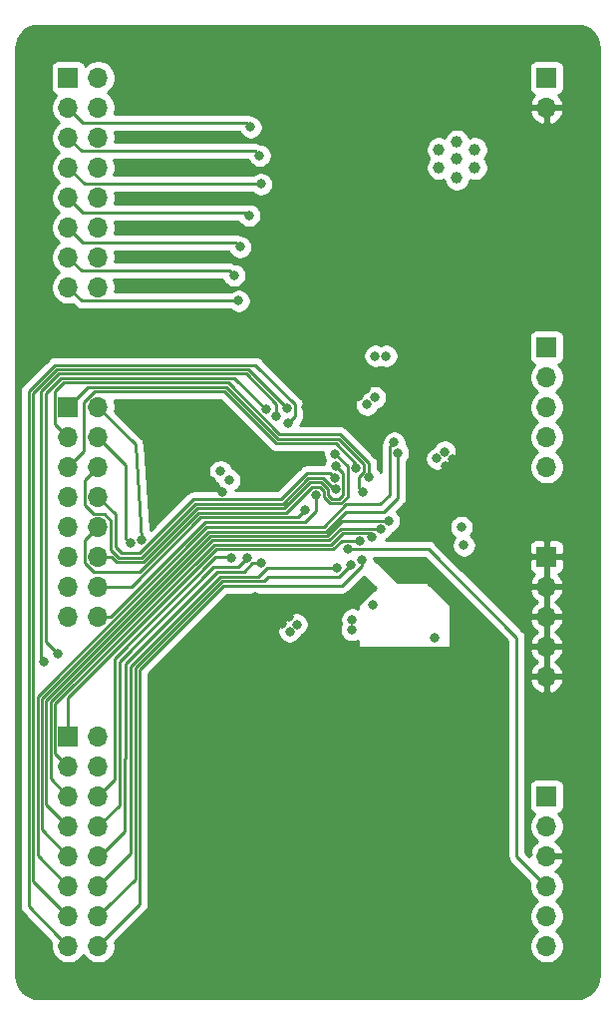
<source format=gbr>
G04 #@! TF.GenerationSoftware,KiCad,Pcbnew,5.1.6-c6e7f7d~86~ubuntu18.04.1*
G04 #@! TF.CreationDate,2020-05-31T10:23:47-04:00*
G04 #@! TF.ProjectId,f405_breakout,66343035-5f62-4726-9561-6b6f75742e6b,rev?*
G04 #@! TF.SameCoordinates,Original*
G04 #@! TF.FileFunction,Copper,L4,Bot*
G04 #@! TF.FilePolarity,Positive*
%FSLAX46Y46*%
G04 Gerber Fmt 4.6, Leading zero omitted, Abs format (unit mm)*
G04 Created by KiCad (PCBNEW 5.1.6-c6e7f7d~86~ubuntu18.04.1) date 2020-05-31 10:23:47*
%MOMM*%
%LPD*%
G01*
G04 APERTURE LIST*
G04 #@! TA.AperFunction,ComponentPad*
%ADD10O,1.700000X1.700000*%
G04 #@! TD*
G04 #@! TA.AperFunction,ComponentPad*
%ADD11R,1.700000X1.700000*%
G04 #@! TD*
G04 #@! TA.AperFunction,ViaPad*
%ADD12C,0.800000*%
G04 #@! TD*
G04 #@! TA.AperFunction,ViaPad*
%ADD13C,1.000000*%
G04 #@! TD*
G04 #@! TA.AperFunction,Conductor*
%ADD14C,0.250000*%
G04 #@! TD*
G04 #@! TA.AperFunction,Conductor*
%ADD15C,0.254000*%
G04 #@! TD*
G04 APERTURE END LIST*
D10*
X109220000Y-129540000D03*
X106680000Y-129540000D03*
X109220000Y-127000000D03*
X106680000Y-127000000D03*
X109220000Y-124460000D03*
X106680000Y-124460000D03*
X109220000Y-121920000D03*
X106680000Y-121920000D03*
X109220000Y-119380000D03*
X106680000Y-119380000D03*
X109220000Y-116840000D03*
X106680000Y-116840000D03*
X109220000Y-114300000D03*
X106680000Y-114300000D03*
X109220000Y-111760000D03*
D11*
X106680000Y-111760000D03*
D10*
X109220000Y-101600000D03*
X106680000Y-101600000D03*
X109220000Y-99060000D03*
X106680000Y-99060000D03*
X109220000Y-96520000D03*
X106680000Y-96520000D03*
X109220000Y-93980000D03*
X106680000Y-93980000D03*
X109220000Y-91440000D03*
X106680000Y-91440000D03*
X109220000Y-88900000D03*
X106680000Y-88900000D03*
X109220000Y-86360000D03*
X106680000Y-86360000D03*
X109220000Y-83820000D03*
D11*
X106680000Y-83820000D03*
D10*
X109220000Y-73660000D03*
X106680000Y-73660000D03*
X109220000Y-71120000D03*
X106680000Y-71120000D03*
X109220000Y-68580000D03*
X106680000Y-68580000D03*
X109220000Y-66040000D03*
X106680000Y-66040000D03*
X109220000Y-63500000D03*
X106680000Y-63500000D03*
X109220000Y-60960000D03*
X106680000Y-60960000D03*
X109220000Y-58420000D03*
X106680000Y-58420000D03*
X109220000Y-55880000D03*
D11*
X106680000Y-55880000D03*
D10*
X147320000Y-129540000D03*
X147320000Y-127000000D03*
X147320000Y-124460000D03*
X147320000Y-121920000D03*
X147320000Y-119380000D03*
D11*
X147320000Y-116840000D03*
D10*
X147320000Y-58420000D03*
D11*
X147320000Y-55880000D03*
D10*
X147320000Y-106680000D03*
X147320000Y-104140000D03*
X147320000Y-101600000D03*
X147320000Y-99060000D03*
D11*
X147320000Y-96520000D03*
D10*
X147320000Y-88900000D03*
X147320000Y-86360000D03*
X147320000Y-83820000D03*
X147320000Y-81280000D03*
D11*
X147320000Y-78740000D03*
D12*
X125501400Y-102844600D03*
X137998200Y-88188800D03*
X138658600Y-87604600D03*
X130810000Y-101828600D03*
X130784600Y-102717600D03*
X132054600Y-83616800D03*
X132715000Y-83007200D03*
X140284200Y-95554800D03*
X140081000Y-94005400D03*
X132765800Y-79476600D03*
X133680200Y-79476600D03*
D13*
X141224000Y-61976000D03*
X141224000Y-63500000D03*
X138176000Y-61976000D03*
X138176000Y-63500000D03*
X139700000Y-61341000D03*
X139700000Y-62738000D03*
X139700000Y-64389000D03*
D12*
X120357961Y-90020169D03*
X119621464Y-89274988D03*
X126085600Y-102260400D03*
X137795000Y-103378000D03*
X132537200Y-100634800D03*
X138760200Y-88849200D03*
X139369800Y-88239600D03*
X137287000Y-98094800D03*
X138176000Y-98475800D03*
X129311400Y-101777800D03*
X129311400Y-102717600D03*
X119964200Y-87782400D03*
X131343400Y-82905600D03*
X131953000Y-82296000D03*
X134493000Y-83134200D03*
X134696200Y-85039200D03*
X128574800Y-79451200D03*
X129692400Y-78079600D03*
D13*
X141986000Y-57658000D03*
X144018000Y-59690000D03*
X144018000Y-57658000D03*
X144018000Y-61468000D03*
X140208000Y-57658000D03*
X146050000Y-61468000D03*
X144018000Y-63246000D03*
X146050000Y-63246000D03*
X148082000Y-61468000D03*
X148082000Y-63246000D03*
X150114000Y-61468000D03*
X150114000Y-63246000D03*
X150114000Y-65024000D03*
X150114000Y-66802000D03*
X150114000Y-68580000D03*
X150114000Y-70358000D03*
X150114000Y-72390000D03*
D12*
X118846600Y-90068400D03*
X119786392Y-91008192D03*
X124815600Y-102209600D03*
X122555000Y-99923600D03*
X135128000Y-82499200D03*
X119278400Y-87223600D03*
D13*
X127000000Y-53340000D03*
X127000000Y-60960000D03*
X127000000Y-68580000D03*
X127000000Y-76200000D03*
X127000000Y-129540000D03*
X127000000Y-121920000D03*
X127000000Y-114300000D03*
X127000000Y-106680000D03*
X119380000Y-106680000D03*
X119380000Y-114300000D03*
X119380000Y-121920000D03*
X119380000Y-129540000D03*
X134620000Y-129540000D03*
X134620000Y-121920000D03*
X134620000Y-114300000D03*
X134620000Y-106680000D03*
X134620000Y-68580000D03*
X142240000Y-68580000D03*
X142240000Y-76200000D03*
X134620000Y-76200000D03*
X119380000Y-76200000D03*
X119380000Y-60960000D03*
X119380000Y-53340000D03*
X134620000Y-53340000D03*
X134620000Y-60960000D03*
X119380000Y-68580000D03*
X111760000Y-76200000D03*
X119380000Y-83820000D03*
X127000000Y-83820000D03*
X111760000Y-53340000D03*
X142240000Y-53340000D03*
X149860000Y-53340000D03*
X104140000Y-53340000D03*
X142240000Y-106680000D03*
X142240000Y-114300000D03*
X142240000Y-83820000D03*
X142240000Y-91440000D03*
X142240000Y-99060000D03*
D12*
X125406730Y-101613564D03*
X130479800Y-95834199D03*
X122174000Y-60071000D03*
X122936000Y-62484000D03*
X123063000Y-64897000D03*
X122047000Y-67564000D03*
X121285000Y-70231000D03*
X120777000Y-72644000D03*
X121158000Y-74803000D03*
X127717601Y-91243201D03*
X126810590Y-92573148D03*
X129424975Y-88813347D03*
X129379210Y-87802060D03*
X129347156Y-89813248D03*
X129399647Y-90738773D03*
X111942058Y-95339021D03*
X112937711Y-95088289D03*
X131144822Y-88993728D03*
X132253386Y-89772211D03*
X131749800Y-91008200D03*
X131419600Y-95161421D03*
X132486400Y-94818200D03*
X133248400Y-94132400D03*
X133903889Y-93476911D03*
X134689296Y-87699296D03*
X134361999Y-86831996D03*
X125306590Y-83921600D03*
X125382790Y-85199984D03*
X124383800Y-84556600D03*
X104584821Y-105460800D03*
X105791000Y-104749600D03*
X123458846Y-84030815D03*
X120493759Y-96643159D03*
X121862468Y-96620650D03*
X123088400Y-97061806D03*
X129540000Y-97485200D03*
X130733800Y-97231200D03*
X131622800Y-96748600D03*
D14*
X147320000Y-124460000D02*
X144780000Y-121920000D01*
X137261599Y-95834199D02*
X130479800Y-95834199D01*
X144780000Y-103352600D02*
X137261599Y-95834199D01*
X144780000Y-121920000D02*
X144780000Y-103352600D01*
X107931001Y-59671001D02*
X106680000Y-58420000D01*
X121774001Y-59671001D02*
X107931001Y-59671001D01*
X122174000Y-60071000D02*
X121774001Y-59671001D01*
X107804001Y-62084001D02*
X106680000Y-60960000D01*
X122536001Y-62084001D02*
X107804001Y-62084001D01*
X122936000Y-62484000D02*
X122536001Y-62084001D01*
X108077000Y-64897000D02*
X106680000Y-63500000D01*
X123063000Y-64897000D02*
X108077000Y-64897000D01*
X122047000Y-67564000D02*
X121793000Y-67310000D01*
X107950000Y-67310000D02*
X106680000Y-66040000D01*
X121793000Y-67310000D02*
X107950000Y-67310000D01*
X107931001Y-69831001D02*
X106680000Y-68580000D01*
X120885001Y-69831001D02*
X107931001Y-69831001D01*
X121285000Y-70231000D02*
X120885001Y-69831001D01*
X107804001Y-72244001D02*
X106680000Y-71120000D01*
X120377001Y-72244001D02*
X107804001Y-72244001D01*
X120777000Y-72644000D02*
X120377001Y-72244001D01*
X107823000Y-74803000D02*
X106680000Y-73660000D01*
X121158000Y-74803000D02*
X107823000Y-74803000D01*
X126781164Y-93545252D02*
X127717601Y-92608815D01*
X127717601Y-92608815D02*
X127717601Y-91243201D01*
X109220000Y-101600000D02*
X110286800Y-101600000D01*
X118341548Y-93545252D02*
X126781164Y-93545252D01*
X110286800Y-101600000D02*
X118341548Y-93545252D01*
X112039626Y-99060000D02*
X117931385Y-93168241D01*
X109220000Y-99060000D02*
X112039626Y-99060000D01*
X117931385Y-93168241D02*
X126215497Y-93168241D01*
X126215497Y-93168241D02*
X126810590Y-92573148D01*
X130051657Y-89440029D02*
X129424975Y-88813347D01*
X130051657Y-91261010D02*
X130051657Y-89440029D01*
X128746613Y-91277230D02*
X129078062Y-91608679D01*
X127248481Y-90214190D02*
X128186727Y-90214191D01*
X117619059Y-92414219D02*
X125048452Y-92414219D01*
X113056078Y-96977200D02*
X117619059Y-92414219D01*
X110363226Y-96520000D02*
X110820426Y-96977200D01*
X109220000Y-96520000D02*
X110363226Y-96520000D01*
X129703988Y-91608679D02*
X130051657Y-91261010D01*
X110820426Y-96977200D02*
X113056078Y-96977200D01*
X128746613Y-90774077D02*
X128746613Y-91277230D01*
X128186727Y-90214191D02*
X128746613Y-90774077D01*
X129078062Y-91608679D02*
X129703988Y-91608679D01*
X125048452Y-92414219D02*
X127248481Y-90214190D01*
X128369602Y-90930240D02*
X128369603Y-91433394D01*
X127404644Y-90591201D02*
X128030563Y-90591201D01*
X130428668Y-88851518D02*
X129379210Y-87802060D01*
X108117999Y-95082001D02*
X108117999Y-97048961D01*
X108880448Y-97811410D02*
X112755042Y-97811410D01*
X128921899Y-91985690D02*
X129860152Y-91985689D01*
X128030563Y-90591201D02*
X128369602Y-90930240D01*
X130428668Y-91417173D02*
X130428668Y-88851518D01*
X117775222Y-92791230D02*
X125204616Y-92791229D01*
X125204616Y-92791229D02*
X127404644Y-90591201D01*
X112755042Y-97811410D02*
X117775222Y-92791230D01*
X108117999Y-97048961D02*
X108880448Y-97811410D01*
X129860152Y-91985689D02*
X130428668Y-91417173D01*
X128369603Y-91433394D02*
X128921899Y-91985690D01*
X109220000Y-93980000D02*
X108117999Y-95082001D01*
X126983073Y-89413249D02*
X128947157Y-89413249D01*
X128947157Y-89413249D02*
X129347156Y-89813248D01*
X110699012Y-95662212D02*
X111259978Y-96223178D01*
X117306733Y-91660197D02*
X124736125Y-91660197D01*
X124736125Y-91660197D02*
X126983073Y-89413249D01*
X112743752Y-96223178D02*
X117306733Y-91660197D01*
X111259978Y-96223178D02*
X112743752Y-96223178D01*
X109220000Y-91440000D02*
X110699012Y-92919012D01*
X110699012Y-92919012D02*
X110699012Y-95662212D01*
X108842989Y-92877999D02*
X109748961Y-92877999D01*
X129244483Y-90738773D02*
X129399647Y-90738773D01*
X110322001Y-93451039D02*
X110322001Y-95945601D01*
X109748961Y-92877999D02*
X110322001Y-93451039D01*
X110322001Y-95945601D02*
X110976589Y-96600189D01*
X112899915Y-96600189D02*
X117462896Y-92037208D01*
X127092317Y-89837179D02*
X128342891Y-89837181D01*
X108117999Y-90002001D02*
X108117999Y-92153009D01*
X108117999Y-92153009D02*
X108842989Y-92877999D01*
X117462896Y-92037208D02*
X124892289Y-92037207D01*
X124892289Y-92037207D02*
X127092317Y-89837179D01*
X128342891Y-89837181D02*
X129244483Y-90738773D01*
X110976589Y-96600189D02*
X112899915Y-96600189D01*
X109220000Y-88900000D02*
X108117999Y-90002001D01*
X109220000Y-86360000D02*
X111588601Y-88728601D01*
X111588601Y-88728601D02*
X111588601Y-94985564D01*
X111588601Y-94985564D02*
X111942058Y-95339021D01*
X112362011Y-86962011D02*
X109220000Y-83820000D01*
X112937711Y-95088289D02*
X112362011Y-86962011D01*
X124325022Y-86885422D02*
X129405474Y-86885422D01*
X119940266Y-82500666D02*
X124325022Y-86885422D01*
X108908372Y-82500666D02*
X119940266Y-82500666D01*
X108000800Y-83408238D02*
X108908372Y-82500666D01*
X106680000Y-88900000D02*
X108000800Y-87579200D01*
X131144822Y-88624770D02*
X131144822Y-88993728D01*
X129405474Y-86885422D02*
X131144822Y-88624770D01*
X108000800Y-87579200D02*
X108000800Y-83408238D01*
X124637348Y-86131400D02*
X129794000Y-86131400D01*
X105577999Y-82509001D02*
X106340356Y-81746644D01*
X105577999Y-85257999D02*
X105577999Y-82509001D01*
X129794000Y-86131400D02*
X132253386Y-88590786D01*
X106680000Y-86360000D02*
X105577999Y-85257999D01*
X120252592Y-81746644D02*
X124637348Y-86131400D01*
X132253386Y-88590786D02*
X132253386Y-89772211D01*
X106340356Y-81746644D02*
X120252592Y-81746644D01*
X108376345Y-82123655D02*
X106680000Y-83820000D01*
X131749800Y-91008200D02*
X131349801Y-90608201D01*
X131796824Y-88667398D02*
X129637837Y-86508411D01*
X129637837Y-86508411D02*
X124481185Y-86508411D01*
X120096429Y-82123655D02*
X108376345Y-82123655D01*
X124481185Y-86508411D02*
X120096429Y-82123655D01*
X131796824Y-89306690D02*
X131796824Y-88667398D01*
X131349801Y-90608201D02*
X131349801Y-89753713D01*
X131349801Y-89753713D02*
X131796824Y-89306690D01*
X106680000Y-108436832D02*
X119231828Y-95885004D01*
X106680000Y-111760000D02*
X106680000Y-108436832D01*
X119231828Y-95885004D02*
X129159879Y-95885004D01*
X129159879Y-95885004D02*
X129159883Y-95885000D01*
X129159883Y-95885000D02*
X129183948Y-95885000D01*
X129907527Y-95161421D02*
X131419600Y-95161421D01*
X129183948Y-95885000D02*
X129907527Y-95161421D01*
X105577999Y-109005661D02*
X105577999Y-113197999D01*
X119075661Y-95507999D02*
X105577999Y-109005661D01*
X129003710Y-95507999D02*
X119075661Y-95507999D01*
X130002298Y-94509411D02*
X129003710Y-95507999D01*
X105577999Y-113197999D02*
X106680000Y-114300000D01*
X132177611Y-94509411D02*
X130002298Y-94509411D01*
X132486400Y-94818200D02*
X132177611Y-94509411D01*
X129846134Y-94132401D02*
X128847547Y-95130988D01*
X105200988Y-108849498D02*
X105200990Y-115360990D01*
X133248400Y-94132400D02*
X129846134Y-94132401D01*
X105200990Y-115360990D02*
X106680000Y-116840000D01*
X118919497Y-95130989D02*
X105200988Y-108849498D01*
X128847547Y-95130988D02*
X118919497Y-95130989D01*
X104823979Y-108693333D02*
X104823979Y-117523979D01*
X118763335Y-94753977D02*
X104823979Y-108693333D01*
X129968450Y-93476911D02*
X128691384Y-94753977D01*
X133903889Y-93476911D02*
X129968450Y-93476911D01*
X128691384Y-94753977D02*
X118763335Y-94753977D01*
X104823979Y-117523979D02*
X106680000Y-119380000D01*
X104446968Y-108537170D02*
X104446968Y-119686968D01*
X128535221Y-94376966D02*
X118607171Y-94376967D01*
X118607171Y-94376967D02*
X104446968Y-108537170D01*
X133527800Y-92684600D02*
X130227587Y-92684600D01*
X130227587Y-92684600D02*
X128535221Y-94376966D01*
X134689296Y-87699296D02*
X134689296Y-91523104D01*
X104446968Y-119686968D02*
X106680000Y-121920000D01*
X134689296Y-91523104D02*
X133527800Y-92684600D01*
X128379064Y-93999949D02*
X118451010Y-93999949D01*
X118451010Y-93999949D02*
X104069957Y-108381002D01*
X104069957Y-121849957D02*
X106680000Y-124460000D01*
X133172200Y-92075000D02*
X130304013Y-92075000D01*
X104069957Y-108381002D02*
X104069957Y-121849957D01*
X133962000Y-87231995D02*
X133962000Y-91285200D01*
X130304013Y-92075000D02*
X128379064Y-93999949D01*
X134361999Y-86831996D02*
X133962000Y-87231995D01*
X133962000Y-91285200D02*
X133172200Y-92075000D01*
X122000601Y-80615611D02*
X125306590Y-83921600D01*
X105718563Y-80615611D02*
X122000601Y-80615611D01*
X103692946Y-82641228D02*
X105718563Y-80615611D01*
X103692946Y-124012946D02*
X103692946Y-82641228D01*
X106680000Y-127000000D02*
X103692946Y-124012946D01*
X103315937Y-82485063D02*
X103315937Y-126175937D01*
X105830001Y-128690001D02*
X106680000Y-129540000D01*
X122580400Y-80238600D02*
X105562400Y-80238600D01*
X103315937Y-126175937D02*
X105830001Y-128690001D01*
X125958600Y-83616800D02*
X122580400Y-80238600D01*
X125382790Y-85199984D02*
X125958600Y-84624174D01*
X105562400Y-80238600D02*
X103315937Y-82485063D01*
X125958600Y-84624174D02*
X125958600Y-83616800D01*
X124383800Y-83616800D02*
X121759622Y-80992622D01*
X121759622Y-80992622D02*
X105874726Y-80992622D01*
X105874726Y-80992622D02*
X104356221Y-82511127D01*
X104356221Y-82511127D02*
X104356221Y-105232200D01*
X124383800Y-84556600D02*
X124383800Y-83616800D01*
X104356221Y-105232200D02*
X104584821Y-105460800D01*
X104749600Y-82650922D02*
X106030889Y-81369633D01*
X104749600Y-103708200D02*
X104749600Y-82650922D01*
X105791000Y-104749600D02*
X104749600Y-103708200D01*
X120797664Y-81369633D02*
X123458846Y-84030815D01*
X106030889Y-81369633D02*
X120797664Y-81369633D01*
X120421400Y-96570800D02*
X120493759Y-96643159D01*
X119202200Y-96570800D02*
X120421400Y-96570800D01*
X109220000Y-116840000D02*
X110646389Y-115413611D01*
X110646389Y-105126611D02*
X119202200Y-96570800D01*
X110646389Y-115413611D02*
X110646389Y-105126611D01*
X119049800Y-97358200D02*
X121124918Y-97358200D01*
X111023400Y-105384600D02*
X119049800Y-97358200D01*
X121124918Y-97358200D02*
X121862468Y-96620650D01*
X109220000Y-119380000D02*
X111023400Y-117576600D01*
X111023400Y-117576600D02*
X111023400Y-105384600D01*
X109372400Y-121920000D02*
X109220000Y-121920000D01*
X111506000Y-119786400D02*
X109372400Y-121920000D01*
X122343394Y-97061806D02*
X121615200Y-97790000D01*
X123088400Y-97061806D02*
X122343394Y-97061806D01*
X121615200Y-97790000D02*
X119329200Y-97790000D01*
X119329200Y-97790000D02*
X111531400Y-105587800D01*
X111531400Y-105587800D02*
X111531400Y-113634198D01*
X111506000Y-113659598D02*
X111506000Y-119786400D01*
X111531400Y-113634198D02*
X111506000Y-113659598D01*
X111992589Y-121687411D02*
X109220000Y-124460000D01*
X119575672Y-98229780D02*
X111992589Y-105812863D01*
X111992589Y-105812863D02*
X111992589Y-121687411D01*
X122851820Y-98229780D02*
X119575672Y-98229780D01*
X129540000Y-97485200D02*
X123596400Y-97485200D01*
X123596400Y-97485200D02*
X122851820Y-98229780D01*
X110069999Y-126150001D02*
X109220000Y-127000000D01*
X129717800Y-98247200D02*
X123698000Y-98247200D01*
X123698000Y-98247200D02*
X123338410Y-98606790D01*
X119731836Y-98606790D02*
X112369600Y-105969026D01*
X112369600Y-123850400D02*
X110069999Y-126150001D01*
X130733800Y-97231200D02*
X129717800Y-98247200D01*
X123338410Y-98606790D02*
X119731836Y-98606790D01*
X112369600Y-105969026D02*
X112369600Y-123850400D01*
X119888000Y-98983800D02*
X112776000Y-106095800D01*
X112776000Y-125984000D02*
X109220000Y-129540000D01*
X129921000Y-98983800D02*
X119888000Y-98983800D01*
X112776000Y-106095800D02*
X112776000Y-125984000D01*
X131622800Y-96748600D02*
X131622800Y-97282000D01*
X131622800Y-97282000D02*
X129921000Y-98983800D01*
D15*
G36*
X150224545Y-51498909D02*
G01*
X150575208Y-51604780D01*
X150898625Y-51776744D01*
X151182484Y-52008254D01*
X151415965Y-52290486D01*
X151590183Y-52612695D01*
X151698502Y-52962614D01*
X151740001Y-53357452D01*
X151740000Y-132047721D01*
X151701091Y-132444545D01*
X151595220Y-132795206D01*
X151423257Y-133118623D01*
X151191748Y-133402482D01*
X150909514Y-133635965D01*
X150587304Y-133810184D01*
X150237385Y-133918502D01*
X149842557Y-133960000D01*
X104172279Y-133960000D01*
X103775455Y-133921091D01*
X103424794Y-133815220D01*
X103101377Y-133643257D01*
X102817518Y-133411748D01*
X102584035Y-133129514D01*
X102409816Y-132807304D01*
X102301498Y-132457385D01*
X102260000Y-132062557D01*
X102260000Y-82485063D01*
X102552261Y-82485063D01*
X102555937Y-82522385D01*
X102555938Y-126138604D01*
X102552261Y-126175937D01*
X102566935Y-126324922D01*
X102610391Y-126468183D01*
X102680963Y-126600213D01*
X102752138Y-126686939D01*
X102775937Y-126715938D01*
X102804935Y-126739736D01*
X105238790Y-129173593D01*
X105195000Y-129393740D01*
X105195000Y-129686260D01*
X105252068Y-129973158D01*
X105364010Y-130243411D01*
X105526525Y-130486632D01*
X105733368Y-130693475D01*
X105976589Y-130855990D01*
X106246842Y-130967932D01*
X106533740Y-131025000D01*
X106826260Y-131025000D01*
X107113158Y-130967932D01*
X107383411Y-130855990D01*
X107626632Y-130693475D01*
X107833475Y-130486632D01*
X107950000Y-130312240D01*
X108066525Y-130486632D01*
X108273368Y-130693475D01*
X108516589Y-130855990D01*
X108786842Y-130967932D01*
X109073740Y-131025000D01*
X109366260Y-131025000D01*
X109653158Y-130967932D01*
X109923411Y-130855990D01*
X110166632Y-130693475D01*
X110373475Y-130486632D01*
X110535990Y-130243411D01*
X110647932Y-129973158D01*
X110705000Y-129686260D01*
X110705000Y-129393740D01*
X110661210Y-129173592D01*
X113287008Y-126547795D01*
X113316001Y-126524001D01*
X113339795Y-126495008D01*
X113339799Y-126495004D01*
X113410973Y-126408277D01*
X113410974Y-126408276D01*
X113481546Y-126276247D01*
X113525003Y-126132986D01*
X113536000Y-126021333D01*
X113536000Y-126021324D01*
X113539676Y-125984001D01*
X113536000Y-125946678D01*
X113536000Y-106410601D01*
X117203940Y-102742661D01*
X124466400Y-102742661D01*
X124466400Y-102946539D01*
X124506174Y-103146498D01*
X124584195Y-103334856D01*
X124697463Y-103504374D01*
X124841626Y-103648537D01*
X125011144Y-103761805D01*
X125199502Y-103839826D01*
X125399461Y-103879600D01*
X125603339Y-103879600D01*
X125803298Y-103839826D01*
X125991656Y-103761805D01*
X126161174Y-103648537D01*
X126305337Y-103504374D01*
X126418605Y-103334856D01*
X126464663Y-103223663D01*
X126575856Y-103177605D01*
X126745374Y-103064337D01*
X126889537Y-102920174D01*
X127002805Y-102750656D01*
X127080826Y-102562298D01*
X127120600Y-102362339D01*
X127120600Y-102158461D01*
X127080826Y-101958502D01*
X127002805Y-101770144D01*
X126889537Y-101600626D01*
X126745374Y-101456463D01*
X126575856Y-101343195D01*
X126387498Y-101265174D01*
X126187539Y-101225400D01*
X125983661Y-101225400D01*
X125783702Y-101265174D01*
X125595344Y-101343195D01*
X125425826Y-101456463D01*
X125281663Y-101600626D01*
X125168395Y-101770144D01*
X125122337Y-101881337D01*
X125011144Y-101927395D01*
X124841626Y-102040663D01*
X124697463Y-102184826D01*
X124584195Y-102354344D01*
X124506174Y-102542702D01*
X124466400Y-102742661D01*
X117203940Y-102742661D01*
X120202802Y-99743800D01*
X129883678Y-99743800D01*
X129921000Y-99747476D01*
X129958322Y-99743800D01*
X129958333Y-99743800D01*
X130069986Y-99732803D01*
X130213247Y-99689346D01*
X130345276Y-99618774D01*
X130461001Y-99523801D01*
X130484804Y-99494797D01*
X131790998Y-98188604D01*
X132785405Y-99183011D01*
X131359183Y-100490381D01*
X131342568Y-100508922D01*
X131329889Y-100530348D01*
X131321634Y-100553836D01*
X131318000Y-100584000D01*
X131318000Y-100923251D01*
X131300256Y-100911395D01*
X131111898Y-100833374D01*
X130911939Y-100793600D01*
X130708061Y-100793600D01*
X130508102Y-100833374D01*
X130319744Y-100911395D01*
X130150226Y-101024663D01*
X130006063Y-101168826D01*
X129892795Y-101338344D01*
X129814774Y-101526702D01*
X129775000Y-101726661D01*
X129775000Y-101930539D01*
X129814774Y-102130498D01*
X129861142Y-102242440D01*
X129789374Y-102415702D01*
X129749600Y-102615661D01*
X129749600Y-102819539D01*
X129789374Y-103019498D01*
X129867395Y-103207856D01*
X129980663Y-103377374D01*
X130124826Y-103521537D01*
X130294344Y-103634805D01*
X130482702Y-103712826D01*
X130682661Y-103752600D01*
X130886539Y-103752600D01*
X131086498Y-103712826D01*
X131274856Y-103634805D01*
X131318000Y-103605977D01*
X131318000Y-104140000D01*
X131320440Y-104164776D01*
X131327667Y-104188601D01*
X131339403Y-104210557D01*
X131355197Y-104229803D01*
X131374443Y-104245597D01*
X131396399Y-104257333D01*
X131420224Y-104264560D01*
X131445000Y-104267000D01*
X139065000Y-104267000D01*
X139089776Y-104264560D01*
X139113601Y-104257333D01*
X139135557Y-104245597D01*
X139154803Y-104229803D01*
X139170597Y-104210557D01*
X139182333Y-104188601D01*
X139189560Y-104164776D01*
X139192000Y-104140000D01*
X139192000Y-100711000D01*
X139189560Y-100686224D01*
X139182333Y-100662399D01*
X139170597Y-100640443D01*
X139154803Y-100621197D01*
X137249803Y-98716197D01*
X137230557Y-98700403D01*
X137208601Y-98688667D01*
X137184776Y-98681440D01*
X137160000Y-98679000D01*
X134672606Y-98679000D01*
X132657800Y-96664194D01*
X132657800Y-96646661D01*
X132647365Y-96594199D01*
X136946798Y-96594199D01*
X144020001Y-103667403D01*
X144020000Y-121882678D01*
X144016324Y-121920000D01*
X144020000Y-121957322D01*
X144020000Y-121957332D01*
X144030997Y-122068985D01*
X144070258Y-122198414D01*
X144074454Y-122212246D01*
X144145026Y-122344276D01*
X144158718Y-122360959D01*
X144239999Y-122460001D01*
X144269003Y-122483804D01*
X145878790Y-124093593D01*
X145835000Y-124313740D01*
X145835000Y-124606260D01*
X145892068Y-124893158D01*
X146004010Y-125163411D01*
X146166525Y-125406632D01*
X146373368Y-125613475D01*
X146547760Y-125730000D01*
X146373368Y-125846525D01*
X146166525Y-126053368D01*
X146004010Y-126296589D01*
X145892068Y-126566842D01*
X145835000Y-126853740D01*
X145835000Y-127146260D01*
X145892068Y-127433158D01*
X146004010Y-127703411D01*
X146166525Y-127946632D01*
X146373368Y-128153475D01*
X146547760Y-128270000D01*
X146373368Y-128386525D01*
X146166525Y-128593368D01*
X146004010Y-128836589D01*
X145892068Y-129106842D01*
X145835000Y-129393740D01*
X145835000Y-129686260D01*
X145892068Y-129973158D01*
X146004010Y-130243411D01*
X146166525Y-130486632D01*
X146373368Y-130693475D01*
X146616589Y-130855990D01*
X146886842Y-130967932D01*
X147173740Y-131025000D01*
X147466260Y-131025000D01*
X147753158Y-130967932D01*
X148023411Y-130855990D01*
X148266632Y-130693475D01*
X148473475Y-130486632D01*
X148635990Y-130243411D01*
X148747932Y-129973158D01*
X148805000Y-129686260D01*
X148805000Y-129393740D01*
X148747932Y-129106842D01*
X148635990Y-128836589D01*
X148473475Y-128593368D01*
X148266632Y-128386525D01*
X148092240Y-128270000D01*
X148266632Y-128153475D01*
X148473475Y-127946632D01*
X148635990Y-127703411D01*
X148747932Y-127433158D01*
X148805000Y-127146260D01*
X148805000Y-126853740D01*
X148747932Y-126566842D01*
X148635990Y-126296589D01*
X148473475Y-126053368D01*
X148266632Y-125846525D01*
X148092240Y-125730000D01*
X148266632Y-125613475D01*
X148473475Y-125406632D01*
X148635990Y-125163411D01*
X148747932Y-124893158D01*
X148805000Y-124606260D01*
X148805000Y-124313740D01*
X148747932Y-124026842D01*
X148635990Y-123756589D01*
X148473475Y-123513368D01*
X148266632Y-123306525D01*
X148084466Y-123184805D01*
X148201355Y-123115178D01*
X148417588Y-122920269D01*
X148591641Y-122686920D01*
X148716825Y-122424099D01*
X148761476Y-122276890D01*
X148640155Y-122047000D01*
X147447000Y-122047000D01*
X147447000Y-122067000D01*
X147193000Y-122067000D01*
X147193000Y-122047000D01*
X147173000Y-122047000D01*
X147173000Y-121793000D01*
X147193000Y-121793000D01*
X147193000Y-121773000D01*
X147447000Y-121773000D01*
X147447000Y-121793000D01*
X148640155Y-121793000D01*
X148761476Y-121563110D01*
X148716825Y-121415901D01*
X148591641Y-121153080D01*
X148417588Y-120919731D01*
X148201355Y-120724822D01*
X148084466Y-120655195D01*
X148266632Y-120533475D01*
X148473475Y-120326632D01*
X148635990Y-120083411D01*
X148747932Y-119813158D01*
X148805000Y-119526260D01*
X148805000Y-119233740D01*
X148747932Y-118946842D01*
X148635990Y-118676589D01*
X148473475Y-118433368D01*
X148341620Y-118301513D01*
X148414180Y-118279502D01*
X148524494Y-118220537D01*
X148621185Y-118141185D01*
X148700537Y-118044494D01*
X148759502Y-117934180D01*
X148795812Y-117814482D01*
X148808072Y-117690000D01*
X148808072Y-115990000D01*
X148795812Y-115865518D01*
X148759502Y-115745820D01*
X148700537Y-115635506D01*
X148621185Y-115538815D01*
X148524494Y-115459463D01*
X148414180Y-115400498D01*
X148294482Y-115364188D01*
X148170000Y-115351928D01*
X146470000Y-115351928D01*
X146345518Y-115364188D01*
X146225820Y-115400498D01*
X146115506Y-115459463D01*
X146018815Y-115538815D01*
X145939463Y-115635506D01*
X145880498Y-115745820D01*
X145844188Y-115865518D01*
X145831928Y-115990000D01*
X145831928Y-117690000D01*
X145844188Y-117814482D01*
X145880498Y-117934180D01*
X145939463Y-118044494D01*
X146018815Y-118141185D01*
X146115506Y-118220537D01*
X146225820Y-118279502D01*
X146298380Y-118301513D01*
X146166525Y-118433368D01*
X146004010Y-118676589D01*
X145892068Y-118946842D01*
X145835000Y-119233740D01*
X145835000Y-119526260D01*
X145892068Y-119813158D01*
X146004010Y-120083411D01*
X146166525Y-120326632D01*
X146373368Y-120533475D01*
X146555534Y-120655195D01*
X146438645Y-120724822D01*
X146222412Y-120919731D01*
X146048359Y-121153080D01*
X145923175Y-121415901D01*
X145878524Y-121563110D01*
X145999844Y-121792998D01*
X145835000Y-121792998D01*
X145835000Y-121900199D01*
X145540000Y-121605199D01*
X145540000Y-107036890D01*
X145878524Y-107036890D01*
X145923175Y-107184099D01*
X146048359Y-107446920D01*
X146222412Y-107680269D01*
X146438645Y-107875178D01*
X146688748Y-108024157D01*
X146963109Y-108121481D01*
X147193000Y-108000814D01*
X147193000Y-106807000D01*
X147447000Y-106807000D01*
X147447000Y-108000814D01*
X147676891Y-108121481D01*
X147951252Y-108024157D01*
X148201355Y-107875178D01*
X148417588Y-107680269D01*
X148591641Y-107446920D01*
X148716825Y-107184099D01*
X148761476Y-107036890D01*
X148640155Y-106807000D01*
X147447000Y-106807000D01*
X147193000Y-106807000D01*
X145999845Y-106807000D01*
X145878524Y-107036890D01*
X145540000Y-107036890D01*
X145540000Y-104496890D01*
X145878524Y-104496890D01*
X145923175Y-104644099D01*
X146048359Y-104906920D01*
X146222412Y-105140269D01*
X146438645Y-105335178D01*
X146564255Y-105410000D01*
X146438645Y-105484822D01*
X146222412Y-105679731D01*
X146048359Y-105913080D01*
X145923175Y-106175901D01*
X145878524Y-106323110D01*
X145999845Y-106553000D01*
X147193000Y-106553000D01*
X147193000Y-104267000D01*
X147447000Y-104267000D01*
X147447000Y-106553000D01*
X148640155Y-106553000D01*
X148761476Y-106323110D01*
X148716825Y-106175901D01*
X148591641Y-105913080D01*
X148417588Y-105679731D01*
X148201355Y-105484822D01*
X148075745Y-105410000D01*
X148201355Y-105335178D01*
X148417588Y-105140269D01*
X148591641Y-104906920D01*
X148716825Y-104644099D01*
X148761476Y-104496890D01*
X148640155Y-104267000D01*
X147447000Y-104267000D01*
X147193000Y-104267000D01*
X145999845Y-104267000D01*
X145878524Y-104496890D01*
X145540000Y-104496890D01*
X145540000Y-103389925D01*
X145543676Y-103352600D01*
X145540000Y-103315275D01*
X145540000Y-103315267D01*
X145529003Y-103203614D01*
X145485546Y-103060353D01*
X145414974Y-102928324D01*
X145320001Y-102812599D01*
X145291003Y-102788801D01*
X144459092Y-101956890D01*
X145878524Y-101956890D01*
X145923175Y-102104099D01*
X146048359Y-102366920D01*
X146222412Y-102600269D01*
X146438645Y-102795178D01*
X146564255Y-102870000D01*
X146438645Y-102944822D01*
X146222412Y-103139731D01*
X146048359Y-103373080D01*
X145923175Y-103635901D01*
X145878524Y-103783110D01*
X145999845Y-104013000D01*
X147193000Y-104013000D01*
X147193000Y-101727000D01*
X147447000Y-101727000D01*
X147447000Y-104013000D01*
X148640155Y-104013000D01*
X148761476Y-103783110D01*
X148716825Y-103635901D01*
X148591641Y-103373080D01*
X148417588Y-103139731D01*
X148201355Y-102944822D01*
X148075745Y-102870000D01*
X148201355Y-102795178D01*
X148417588Y-102600269D01*
X148591641Y-102366920D01*
X148716825Y-102104099D01*
X148761476Y-101956890D01*
X148640155Y-101727000D01*
X147447000Y-101727000D01*
X147193000Y-101727000D01*
X145999845Y-101727000D01*
X145878524Y-101956890D01*
X144459092Y-101956890D01*
X141919092Y-99416890D01*
X145878524Y-99416890D01*
X145923175Y-99564099D01*
X146048359Y-99826920D01*
X146222412Y-100060269D01*
X146438645Y-100255178D01*
X146564255Y-100330000D01*
X146438645Y-100404822D01*
X146222412Y-100599731D01*
X146048359Y-100833080D01*
X145923175Y-101095901D01*
X145878524Y-101243110D01*
X145999845Y-101473000D01*
X147193000Y-101473000D01*
X147193000Y-99187000D01*
X147447000Y-99187000D01*
X147447000Y-101473000D01*
X148640155Y-101473000D01*
X148761476Y-101243110D01*
X148716825Y-101095901D01*
X148591641Y-100833080D01*
X148417588Y-100599731D01*
X148201355Y-100404822D01*
X148075745Y-100330000D01*
X148201355Y-100255178D01*
X148417588Y-100060269D01*
X148591641Y-99826920D01*
X148716825Y-99564099D01*
X148761476Y-99416890D01*
X148640155Y-99187000D01*
X147447000Y-99187000D01*
X147193000Y-99187000D01*
X145999845Y-99187000D01*
X145878524Y-99416890D01*
X141919092Y-99416890D01*
X139872202Y-97370000D01*
X145831928Y-97370000D01*
X145844188Y-97494482D01*
X145880498Y-97614180D01*
X145939463Y-97724494D01*
X146018815Y-97821185D01*
X146115506Y-97900537D01*
X146225820Y-97959502D01*
X146306466Y-97983966D01*
X146222412Y-98059731D01*
X146048359Y-98293080D01*
X145923175Y-98555901D01*
X145878524Y-98703110D01*
X145999845Y-98933000D01*
X147193000Y-98933000D01*
X147193000Y-96647000D01*
X147447000Y-96647000D01*
X147447000Y-98933000D01*
X148640155Y-98933000D01*
X148761476Y-98703110D01*
X148716825Y-98555901D01*
X148591641Y-98293080D01*
X148417588Y-98059731D01*
X148333534Y-97983966D01*
X148414180Y-97959502D01*
X148524494Y-97900537D01*
X148621185Y-97821185D01*
X148700537Y-97724494D01*
X148759502Y-97614180D01*
X148795812Y-97494482D01*
X148808072Y-97370000D01*
X148805000Y-96805750D01*
X148646250Y-96647000D01*
X147447000Y-96647000D01*
X147193000Y-96647000D01*
X145993750Y-96647000D01*
X145835000Y-96805750D01*
X145831928Y-97370000D01*
X139872202Y-97370000D01*
X137825403Y-95323202D01*
X137801600Y-95294198D01*
X137685875Y-95199225D01*
X137553846Y-95128653D01*
X137410585Y-95085196D01*
X137298932Y-95074199D01*
X137298921Y-95074199D01*
X137261599Y-95070523D01*
X137224277Y-95074199D01*
X133679281Y-95074199D01*
X133738656Y-95049605D01*
X133908174Y-94936337D01*
X134052337Y-94792174D01*
X134165605Y-94622656D01*
X134232543Y-94461054D01*
X134394145Y-94394116D01*
X134563663Y-94280848D01*
X134707826Y-94136685D01*
X134821094Y-93967167D01*
X134847482Y-93903461D01*
X139046000Y-93903461D01*
X139046000Y-94107339D01*
X139085774Y-94307298D01*
X139163795Y-94495656D01*
X139277063Y-94665174D01*
X139421226Y-94809337D01*
X139507983Y-94867306D01*
X139480263Y-94895026D01*
X139366995Y-95064544D01*
X139288974Y-95252902D01*
X139249200Y-95452861D01*
X139249200Y-95656739D01*
X139288974Y-95856698D01*
X139366995Y-96045056D01*
X139480263Y-96214574D01*
X139624426Y-96358737D01*
X139793944Y-96472005D01*
X139982302Y-96550026D01*
X140182261Y-96589800D01*
X140386139Y-96589800D01*
X140586098Y-96550026D01*
X140774456Y-96472005D01*
X140943974Y-96358737D01*
X141088137Y-96214574D01*
X141201405Y-96045056D01*
X141279426Y-95856698D01*
X141316562Y-95670000D01*
X145831928Y-95670000D01*
X145835000Y-96234250D01*
X145993750Y-96393000D01*
X147193000Y-96393000D01*
X147193000Y-95193750D01*
X147447000Y-95193750D01*
X147447000Y-96393000D01*
X148646250Y-96393000D01*
X148805000Y-96234250D01*
X148808072Y-95670000D01*
X148795812Y-95545518D01*
X148759502Y-95425820D01*
X148700537Y-95315506D01*
X148621185Y-95218815D01*
X148524494Y-95139463D01*
X148414180Y-95080498D01*
X148294482Y-95044188D01*
X148170000Y-95031928D01*
X147605750Y-95035000D01*
X147447000Y-95193750D01*
X147193000Y-95193750D01*
X147034250Y-95035000D01*
X146470000Y-95031928D01*
X146345518Y-95044188D01*
X146225820Y-95080498D01*
X146115506Y-95139463D01*
X146018815Y-95218815D01*
X145939463Y-95315506D01*
X145880498Y-95425820D01*
X145844188Y-95545518D01*
X145831928Y-95670000D01*
X141316562Y-95670000D01*
X141319200Y-95656739D01*
X141319200Y-95452861D01*
X141279426Y-95252902D01*
X141201405Y-95064544D01*
X141088137Y-94895026D01*
X140943974Y-94750863D01*
X140857217Y-94692894D01*
X140884937Y-94665174D01*
X140998205Y-94495656D01*
X141076226Y-94307298D01*
X141116000Y-94107339D01*
X141116000Y-93903461D01*
X141076226Y-93703502D01*
X140998205Y-93515144D01*
X140884937Y-93345626D01*
X140740774Y-93201463D01*
X140571256Y-93088195D01*
X140382898Y-93010174D01*
X140182939Y-92970400D01*
X139979061Y-92970400D01*
X139779102Y-93010174D01*
X139590744Y-93088195D01*
X139421226Y-93201463D01*
X139277063Y-93345626D01*
X139163795Y-93515144D01*
X139085774Y-93703502D01*
X139046000Y-93903461D01*
X134847482Y-93903461D01*
X134899115Y-93778809D01*
X134938889Y-93578850D01*
X134938889Y-93374972D01*
X134899115Y-93175013D01*
X134821094Y-92986655D01*
X134707826Y-92817137D01*
X134588945Y-92698256D01*
X135200304Y-92086899D01*
X135229297Y-92063105D01*
X135253091Y-92034112D01*
X135253095Y-92034108D01*
X135320115Y-91952443D01*
X135324270Y-91947380D01*
X135394842Y-91815351D01*
X135438299Y-91672090D01*
X135449296Y-91560437D01*
X135449296Y-91560428D01*
X135452972Y-91523105D01*
X135449296Y-91485782D01*
X135449296Y-88403007D01*
X135493233Y-88359070D01*
X135606501Y-88189552D01*
X135649037Y-88086861D01*
X136963200Y-88086861D01*
X136963200Y-88290739D01*
X137002974Y-88490698D01*
X137080995Y-88679056D01*
X137194263Y-88848574D01*
X137338426Y-88992737D01*
X137507944Y-89106005D01*
X137696302Y-89184026D01*
X137896261Y-89223800D01*
X138100139Y-89223800D01*
X138300098Y-89184026D01*
X138488456Y-89106005D01*
X138657974Y-88992737D01*
X138802137Y-88848574D01*
X138915405Y-88679056D01*
X138947121Y-88602487D01*
X138960498Y-88599826D01*
X139148856Y-88521805D01*
X139318374Y-88408537D01*
X139462537Y-88264374D01*
X139575805Y-88094856D01*
X139653826Y-87906498D01*
X139693600Y-87706539D01*
X139693600Y-87502661D01*
X139653826Y-87302702D01*
X139575805Y-87114344D01*
X139462537Y-86944826D01*
X139318374Y-86800663D01*
X139148856Y-86687395D01*
X138960498Y-86609374D01*
X138760539Y-86569600D01*
X138556661Y-86569600D01*
X138356702Y-86609374D01*
X138168344Y-86687395D01*
X137998826Y-86800663D01*
X137854663Y-86944826D01*
X137741395Y-87114344D01*
X137709679Y-87190913D01*
X137696302Y-87193574D01*
X137507944Y-87271595D01*
X137338426Y-87384863D01*
X137194263Y-87529026D01*
X137080995Y-87698544D01*
X137002974Y-87886902D01*
X136963200Y-88086861D01*
X135649037Y-88086861D01*
X135684522Y-88001194D01*
X135724296Y-87801235D01*
X135724296Y-87597357D01*
X135684522Y-87397398D01*
X135606501Y-87209040D01*
X135493233Y-87039522D01*
X135395447Y-86941736D01*
X135396999Y-86933935D01*
X135396999Y-86730057D01*
X135357225Y-86530098D01*
X135279204Y-86341740D01*
X135165936Y-86172222D01*
X135021773Y-86028059D01*
X134852255Y-85914791D01*
X134663897Y-85836770D01*
X134463938Y-85796996D01*
X134260060Y-85796996D01*
X134060101Y-85836770D01*
X133871743Y-85914791D01*
X133702225Y-86028059D01*
X133558062Y-86172222D01*
X133444794Y-86341740D01*
X133366773Y-86530098D01*
X133326999Y-86730057D01*
X133326999Y-86807770D01*
X133280181Y-86895359D01*
X133256454Y-86939749D01*
X133212997Y-87083010D01*
X133202000Y-87194663D01*
X133202000Y-87194673D01*
X133198324Y-87231995D01*
X133202000Y-87269318D01*
X133202001Y-89357784D01*
X133170591Y-89281955D01*
X133057323Y-89112437D01*
X133013386Y-89068500D01*
X133013386Y-88628108D01*
X133017062Y-88590785D01*
X133013386Y-88553462D01*
X133013386Y-88553453D01*
X133002389Y-88441800D01*
X132958932Y-88298539D01*
X132940670Y-88264374D01*
X132888360Y-88166509D01*
X132817185Y-88079783D01*
X132793387Y-88050785D01*
X132764390Y-88026988D01*
X130357804Y-85620403D01*
X130334001Y-85591399D01*
X130218276Y-85496426D01*
X130086247Y-85425854D01*
X129942986Y-85382397D01*
X129831333Y-85371400D01*
X129831322Y-85371400D01*
X129794000Y-85367724D01*
X129756678Y-85371400D01*
X126403970Y-85371400D01*
X126417790Y-85301923D01*
X126417790Y-85239786D01*
X126469604Y-85187972D01*
X126498601Y-85164175D01*
X126593574Y-85048450D01*
X126664146Y-84916421D01*
X126707603Y-84773160D01*
X126718600Y-84661507D01*
X126718600Y-84661498D01*
X126722276Y-84624175D01*
X126718600Y-84586852D01*
X126718600Y-83654122D01*
X126722276Y-83616799D01*
X126718600Y-83579476D01*
X126718600Y-83579467D01*
X126712237Y-83514861D01*
X131019600Y-83514861D01*
X131019600Y-83718739D01*
X131059374Y-83918698D01*
X131137395Y-84107056D01*
X131250663Y-84276574D01*
X131394826Y-84420737D01*
X131564344Y-84534005D01*
X131752702Y-84612026D01*
X131952661Y-84651800D01*
X132156539Y-84651800D01*
X132356498Y-84612026D01*
X132544856Y-84534005D01*
X132714374Y-84420737D01*
X132858537Y-84276574D01*
X132971805Y-84107056D01*
X133014987Y-84002806D01*
X133016898Y-84002426D01*
X133205256Y-83924405D01*
X133374774Y-83811137D01*
X133518937Y-83666974D01*
X133632205Y-83497456D01*
X133710226Y-83309098D01*
X133750000Y-83109139D01*
X133750000Y-82905261D01*
X133710226Y-82705302D01*
X133632205Y-82516944D01*
X133518937Y-82347426D01*
X133374774Y-82203263D01*
X133205256Y-82089995D01*
X133016898Y-82011974D01*
X132816939Y-81972200D01*
X132613061Y-81972200D01*
X132413102Y-82011974D01*
X132224744Y-82089995D01*
X132055226Y-82203263D01*
X131911063Y-82347426D01*
X131797795Y-82516944D01*
X131754613Y-82621194D01*
X131752702Y-82621574D01*
X131564344Y-82699595D01*
X131394826Y-82812863D01*
X131250663Y-82957026D01*
X131137395Y-83126544D01*
X131059374Y-83314902D01*
X131019600Y-83514861D01*
X126712237Y-83514861D01*
X126707603Y-83467814D01*
X126664146Y-83324553D01*
X126593574Y-83192524D01*
X126498601Y-83076799D01*
X126469603Y-83053001D01*
X123144204Y-79727603D01*
X123120401Y-79698599D01*
X123004676Y-79603626D01*
X122872647Y-79533054D01*
X122729386Y-79489597D01*
X122617733Y-79478600D01*
X122617722Y-79478600D01*
X122580400Y-79474924D01*
X122543078Y-79478600D01*
X105599722Y-79478600D01*
X105562399Y-79474924D01*
X105525076Y-79478600D01*
X105525067Y-79478600D01*
X105413414Y-79489597D01*
X105270153Y-79533054D01*
X105138124Y-79603626D01*
X105138122Y-79603627D01*
X105138123Y-79603627D01*
X105051396Y-79674801D01*
X105051392Y-79674805D01*
X105022399Y-79698599D01*
X104998605Y-79727592D01*
X102804939Y-81921259D01*
X102775936Y-81945062D01*
X102721023Y-82011974D01*
X102680963Y-82060787D01*
X102654166Y-82110921D01*
X102610391Y-82192817D01*
X102566934Y-82336078D01*
X102555937Y-82447731D01*
X102555937Y-82447741D01*
X102552261Y-82485063D01*
X102260000Y-82485063D01*
X102260000Y-79374661D01*
X131730800Y-79374661D01*
X131730800Y-79578539D01*
X131770574Y-79778498D01*
X131848595Y-79966856D01*
X131961863Y-80136374D01*
X132106026Y-80280537D01*
X132275544Y-80393805D01*
X132463902Y-80471826D01*
X132663861Y-80511600D01*
X132867739Y-80511600D01*
X133067698Y-80471826D01*
X133223000Y-80407497D01*
X133378302Y-80471826D01*
X133578261Y-80511600D01*
X133782139Y-80511600D01*
X133982098Y-80471826D01*
X134170456Y-80393805D01*
X134339974Y-80280537D01*
X134484137Y-80136374D01*
X134597405Y-79966856D01*
X134675426Y-79778498D01*
X134715200Y-79578539D01*
X134715200Y-79374661D01*
X134675426Y-79174702D01*
X134597405Y-78986344D01*
X134484137Y-78816826D01*
X134339974Y-78672663D01*
X134170456Y-78559395D01*
X133982098Y-78481374D01*
X133782139Y-78441600D01*
X133578261Y-78441600D01*
X133378302Y-78481374D01*
X133223000Y-78545703D01*
X133067698Y-78481374D01*
X132867739Y-78441600D01*
X132663861Y-78441600D01*
X132463902Y-78481374D01*
X132275544Y-78559395D01*
X132106026Y-78672663D01*
X131961863Y-78816826D01*
X131848595Y-78986344D01*
X131770574Y-79174702D01*
X131730800Y-79374661D01*
X102260000Y-79374661D01*
X102260000Y-77890000D01*
X145831928Y-77890000D01*
X145831928Y-79590000D01*
X145844188Y-79714482D01*
X145880498Y-79834180D01*
X145939463Y-79944494D01*
X146018815Y-80041185D01*
X146115506Y-80120537D01*
X146225820Y-80179502D01*
X146298380Y-80201513D01*
X146166525Y-80333368D01*
X146004010Y-80576589D01*
X145892068Y-80846842D01*
X145835000Y-81133740D01*
X145835000Y-81426260D01*
X145892068Y-81713158D01*
X146004010Y-81983411D01*
X146166525Y-82226632D01*
X146373368Y-82433475D01*
X146547760Y-82550000D01*
X146373368Y-82666525D01*
X146166525Y-82873368D01*
X146004010Y-83116589D01*
X145892068Y-83386842D01*
X145835000Y-83673740D01*
X145835000Y-83966260D01*
X145892068Y-84253158D01*
X146004010Y-84523411D01*
X146166525Y-84766632D01*
X146373368Y-84973475D01*
X146547760Y-85090000D01*
X146373368Y-85206525D01*
X146166525Y-85413368D01*
X146004010Y-85656589D01*
X145892068Y-85926842D01*
X145835000Y-86213740D01*
X145835000Y-86506260D01*
X145892068Y-86793158D01*
X146004010Y-87063411D01*
X146166525Y-87306632D01*
X146373368Y-87513475D01*
X146547760Y-87630000D01*
X146373368Y-87746525D01*
X146166525Y-87953368D01*
X146004010Y-88196589D01*
X145892068Y-88466842D01*
X145835000Y-88753740D01*
X145835000Y-89046260D01*
X145892068Y-89333158D01*
X146004010Y-89603411D01*
X146166525Y-89846632D01*
X146373368Y-90053475D01*
X146616589Y-90215990D01*
X146886842Y-90327932D01*
X147173740Y-90385000D01*
X147466260Y-90385000D01*
X147753158Y-90327932D01*
X148023411Y-90215990D01*
X148266632Y-90053475D01*
X148473475Y-89846632D01*
X148635990Y-89603411D01*
X148747932Y-89333158D01*
X148805000Y-89046260D01*
X148805000Y-88753740D01*
X148747932Y-88466842D01*
X148635990Y-88196589D01*
X148473475Y-87953368D01*
X148266632Y-87746525D01*
X148092240Y-87630000D01*
X148266632Y-87513475D01*
X148473475Y-87306632D01*
X148635990Y-87063411D01*
X148747932Y-86793158D01*
X148805000Y-86506260D01*
X148805000Y-86213740D01*
X148747932Y-85926842D01*
X148635990Y-85656589D01*
X148473475Y-85413368D01*
X148266632Y-85206525D01*
X148092240Y-85090000D01*
X148266632Y-84973475D01*
X148473475Y-84766632D01*
X148635990Y-84523411D01*
X148747932Y-84253158D01*
X148805000Y-83966260D01*
X148805000Y-83673740D01*
X148747932Y-83386842D01*
X148635990Y-83116589D01*
X148473475Y-82873368D01*
X148266632Y-82666525D01*
X148092240Y-82550000D01*
X148266632Y-82433475D01*
X148473475Y-82226632D01*
X148635990Y-81983411D01*
X148747932Y-81713158D01*
X148805000Y-81426260D01*
X148805000Y-81133740D01*
X148747932Y-80846842D01*
X148635990Y-80576589D01*
X148473475Y-80333368D01*
X148341620Y-80201513D01*
X148414180Y-80179502D01*
X148524494Y-80120537D01*
X148621185Y-80041185D01*
X148700537Y-79944494D01*
X148759502Y-79834180D01*
X148795812Y-79714482D01*
X148808072Y-79590000D01*
X148808072Y-77890000D01*
X148795812Y-77765518D01*
X148759502Y-77645820D01*
X148700537Y-77535506D01*
X148621185Y-77438815D01*
X148524494Y-77359463D01*
X148414180Y-77300498D01*
X148294482Y-77264188D01*
X148170000Y-77251928D01*
X146470000Y-77251928D01*
X146345518Y-77264188D01*
X146225820Y-77300498D01*
X146115506Y-77359463D01*
X146018815Y-77438815D01*
X145939463Y-77535506D01*
X145880498Y-77645820D01*
X145844188Y-77765518D01*
X145831928Y-77890000D01*
X102260000Y-77890000D01*
X102260000Y-55030000D01*
X105191928Y-55030000D01*
X105191928Y-56730000D01*
X105204188Y-56854482D01*
X105240498Y-56974180D01*
X105299463Y-57084494D01*
X105378815Y-57181185D01*
X105475506Y-57260537D01*
X105585820Y-57319502D01*
X105658380Y-57341513D01*
X105526525Y-57473368D01*
X105364010Y-57716589D01*
X105252068Y-57986842D01*
X105195000Y-58273740D01*
X105195000Y-58566260D01*
X105252068Y-58853158D01*
X105364010Y-59123411D01*
X105526525Y-59366632D01*
X105733368Y-59573475D01*
X105907760Y-59690000D01*
X105733368Y-59806525D01*
X105526525Y-60013368D01*
X105364010Y-60256589D01*
X105252068Y-60526842D01*
X105195000Y-60813740D01*
X105195000Y-61106260D01*
X105252068Y-61393158D01*
X105364010Y-61663411D01*
X105526525Y-61906632D01*
X105733368Y-62113475D01*
X105907760Y-62230000D01*
X105733368Y-62346525D01*
X105526525Y-62553368D01*
X105364010Y-62796589D01*
X105252068Y-63066842D01*
X105195000Y-63353740D01*
X105195000Y-63646260D01*
X105252068Y-63933158D01*
X105364010Y-64203411D01*
X105526525Y-64446632D01*
X105733368Y-64653475D01*
X105907760Y-64770000D01*
X105733368Y-64886525D01*
X105526525Y-65093368D01*
X105364010Y-65336589D01*
X105252068Y-65606842D01*
X105195000Y-65893740D01*
X105195000Y-66186260D01*
X105252068Y-66473158D01*
X105364010Y-66743411D01*
X105526525Y-66986632D01*
X105733368Y-67193475D01*
X105907760Y-67310000D01*
X105733368Y-67426525D01*
X105526525Y-67633368D01*
X105364010Y-67876589D01*
X105252068Y-68146842D01*
X105195000Y-68433740D01*
X105195000Y-68726260D01*
X105252068Y-69013158D01*
X105364010Y-69283411D01*
X105526525Y-69526632D01*
X105733368Y-69733475D01*
X105907760Y-69850000D01*
X105733368Y-69966525D01*
X105526525Y-70173368D01*
X105364010Y-70416589D01*
X105252068Y-70686842D01*
X105195000Y-70973740D01*
X105195000Y-71266260D01*
X105252068Y-71553158D01*
X105364010Y-71823411D01*
X105526525Y-72066632D01*
X105733368Y-72273475D01*
X105907760Y-72390000D01*
X105733368Y-72506525D01*
X105526525Y-72713368D01*
X105364010Y-72956589D01*
X105252068Y-73226842D01*
X105195000Y-73513740D01*
X105195000Y-73806260D01*
X105252068Y-74093158D01*
X105364010Y-74363411D01*
X105526525Y-74606632D01*
X105733368Y-74813475D01*
X105976589Y-74975990D01*
X106246842Y-75087932D01*
X106533740Y-75145000D01*
X106826260Y-75145000D01*
X107046408Y-75101210D01*
X107259201Y-75314003D01*
X107282999Y-75343001D01*
X107311997Y-75366799D01*
X107398723Y-75437974D01*
X107530753Y-75508546D01*
X107674014Y-75552003D01*
X107785667Y-75563000D01*
X107785676Y-75563000D01*
X107822999Y-75566676D01*
X107860322Y-75563000D01*
X120454289Y-75563000D01*
X120498226Y-75606937D01*
X120667744Y-75720205D01*
X120856102Y-75798226D01*
X121056061Y-75838000D01*
X121259939Y-75838000D01*
X121459898Y-75798226D01*
X121648256Y-75720205D01*
X121817774Y-75606937D01*
X121961937Y-75462774D01*
X122075205Y-75293256D01*
X122153226Y-75104898D01*
X122193000Y-74904939D01*
X122193000Y-74701061D01*
X122153226Y-74501102D01*
X122075205Y-74312744D01*
X121961937Y-74143226D01*
X121817774Y-73999063D01*
X121648256Y-73885795D01*
X121459898Y-73807774D01*
X121259939Y-73768000D01*
X121056061Y-73768000D01*
X120856102Y-73807774D01*
X120667744Y-73885795D01*
X120498226Y-73999063D01*
X120454289Y-74043000D01*
X110657909Y-74043000D01*
X110705000Y-73806260D01*
X110705000Y-73513740D01*
X110647932Y-73226842D01*
X110555629Y-73004001D01*
X119805841Y-73004001D01*
X119859795Y-73134256D01*
X119973063Y-73303774D01*
X120117226Y-73447937D01*
X120286744Y-73561205D01*
X120475102Y-73639226D01*
X120675061Y-73679000D01*
X120878939Y-73679000D01*
X121078898Y-73639226D01*
X121267256Y-73561205D01*
X121436774Y-73447937D01*
X121580937Y-73303774D01*
X121694205Y-73134256D01*
X121772226Y-72945898D01*
X121812000Y-72745939D01*
X121812000Y-72542061D01*
X121772226Y-72342102D01*
X121694205Y-72153744D01*
X121580937Y-71984226D01*
X121436774Y-71840063D01*
X121267256Y-71726795D01*
X121078898Y-71648774D01*
X120878939Y-71609000D01*
X120801226Y-71609000D01*
X120669248Y-71538455D01*
X120525987Y-71494998D01*
X120414334Y-71484001D01*
X120414323Y-71484001D01*
X120377001Y-71480325D01*
X120339679Y-71484001D01*
X110661688Y-71484001D01*
X110705000Y-71266260D01*
X110705000Y-70973740D01*
X110647932Y-70686842D01*
X110608234Y-70591001D01*
X120313841Y-70591001D01*
X120367795Y-70721256D01*
X120481063Y-70890774D01*
X120625226Y-71034937D01*
X120794744Y-71148205D01*
X120983102Y-71226226D01*
X121183061Y-71266000D01*
X121386939Y-71266000D01*
X121586898Y-71226226D01*
X121775256Y-71148205D01*
X121944774Y-71034937D01*
X122088937Y-70890774D01*
X122202205Y-70721256D01*
X122280226Y-70532898D01*
X122320000Y-70332939D01*
X122320000Y-70129061D01*
X122280226Y-69929102D01*
X122202205Y-69740744D01*
X122088937Y-69571226D01*
X121944774Y-69427063D01*
X121775256Y-69313795D01*
X121586898Y-69235774D01*
X121386939Y-69196000D01*
X121309226Y-69196000D01*
X121177248Y-69125455D01*
X121033987Y-69081998D01*
X120922334Y-69071001D01*
X120922323Y-69071001D01*
X120885001Y-69067325D01*
X120847679Y-69071001D01*
X110623973Y-69071001D01*
X110647932Y-69013158D01*
X110705000Y-68726260D01*
X110705000Y-68433740D01*
X110647932Y-68146842D01*
X110616103Y-68070000D01*
X121140315Y-68070000D01*
X121243063Y-68223774D01*
X121387226Y-68367937D01*
X121556744Y-68481205D01*
X121745102Y-68559226D01*
X121945061Y-68599000D01*
X122148939Y-68599000D01*
X122348898Y-68559226D01*
X122537256Y-68481205D01*
X122706774Y-68367937D01*
X122850937Y-68223774D01*
X122964205Y-68054256D01*
X123042226Y-67865898D01*
X123082000Y-67665939D01*
X123082000Y-67462061D01*
X123042226Y-67262102D01*
X122964205Y-67073744D01*
X122850937Y-66904226D01*
X122706774Y-66760063D01*
X122537256Y-66646795D01*
X122348898Y-66568774D01*
X122148939Y-66529000D01*
X121945061Y-66529000D01*
X121836455Y-66550603D01*
X121830333Y-66550000D01*
X121830322Y-66550000D01*
X121793000Y-66546324D01*
X121755678Y-66550000D01*
X110616103Y-66550000D01*
X110647932Y-66473158D01*
X110705000Y-66186260D01*
X110705000Y-65893740D01*
X110657909Y-65657000D01*
X122359289Y-65657000D01*
X122403226Y-65700937D01*
X122572744Y-65814205D01*
X122761102Y-65892226D01*
X122961061Y-65932000D01*
X123164939Y-65932000D01*
X123364898Y-65892226D01*
X123553256Y-65814205D01*
X123722774Y-65700937D01*
X123866937Y-65556774D01*
X123980205Y-65387256D01*
X124058226Y-65198898D01*
X124098000Y-64998939D01*
X124098000Y-64795061D01*
X124058226Y-64595102D01*
X123980205Y-64406744D01*
X123866937Y-64237226D01*
X123722774Y-64093063D01*
X123553256Y-63979795D01*
X123364898Y-63901774D01*
X123164939Y-63862000D01*
X122961061Y-63862000D01*
X122761102Y-63901774D01*
X122572744Y-63979795D01*
X122403226Y-64093063D01*
X122359289Y-64137000D01*
X110563498Y-64137000D01*
X110647932Y-63933158D01*
X110705000Y-63646260D01*
X110705000Y-63353740D01*
X110647932Y-63066842D01*
X110555629Y-62844001D01*
X121964841Y-62844001D01*
X122018795Y-62974256D01*
X122132063Y-63143774D01*
X122276226Y-63287937D01*
X122445744Y-63401205D01*
X122634102Y-63479226D01*
X122834061Y-63519000D01*
X123037939Y-63519000D01*
X123237898Y-63479226D01*
X123426256Y-63401205D01*
X123595774Y-63287937D01*
X123739937Y-63143774D01*
X123853205Y-62974256D01*
X123931226Y-62785898D01*
X123971000Y-62585939D01*
X123971000Y-62382061D01*
X123931226Y-62182102D01*
X123853205Y-61993744D01*
X123766655Y-61864212D01*
X137041000Y-61864212D01*
X137041000Y-62087788D01*
X137084617Y-62307067D01*
X137170176Y-62513624D01*
X137294388Y-62699520D01*
X137332868Y-62738000D01*
X137294388Y-62776480D01*
X137170176Y-62962376D01*
X137084617Y-63168933D01*
X137041000Y-63388212D01*
X137041000Y-63611788D01*
X137084617Y-63831067D01*
X137170176Y-64037624D01*
X137294388Y-64223520D01*
X137452480Y-64381612D01*
X137638376Y-64505824D01*
X137844933Y-64591383D01*
X138064212Y-64635000D01*
X138287788Y-64635000D01*
X138507067Y-64591383D01*
X138577239Y-64562317D01*
X138608617Y-64720067D01*
X138694176Y-64926624D01*
X138818388Y-65112520D01*
X138976480Y-65270612D01*
X139162376Y-65394824D01*
X139368933Y-65480383D01*
X139588212Y-65524000D01*
X139811788Y-65524000D01*
X140031067Y-65480383D01*
X140237624Y-65394824D01*
X140423520Y-65270612D01*
X140581612Y-65112520D01*
X140705824Y-64926624D01*
X140791383Y-64720067D01*
X140822761Y-64562317D01*
X140892933Y-64591383D01*
X141112212Y-64635000D01*
X141335788Y-64635000D01*
X141555067Y-64591383D01*
X141761624Y-64505824D01*
X141947520Y-64381612D01*
X142105612Y-64223520D01*
X142229824Y-64037624D01*
X142315383Y-63831067D01*
X142359000Y-63611788D01*
X142359000Y-63388212D01*
X142315383Y-63168933D01*
X142229824Y-62962376D01*
X142105612Y-62776480D01*
X142067132Y-62738000D01*
X142105612Y-62699520D01*
X142229824Y-62513624D01*
X142315383Y-62307067D01*
X142359000Y-62087788D01*
X142359000Y-61864212D01*
X142315383Y-61644933D01*
X142229824Y-61438376D01*
X142105612Y-61252480D01*
X141947520Y-61094388D01*
X141761624Y-60970176D01*
X141555067Y-60884617D01*
X141335788Y-60841000D01*
X141112212Y-60841000D01*
X140892933Y-60884617D01*
X140761949Y-60938873D01*
X140705824Y-60803376D01*
X140581612Y-60617480D01*
X140423520Y-60459388D01*
X140237624Y-60335176D01*
X140031067Y-60249617D01*
X139811788Y-60206000D01*
X139588212Y-60206000D01*
X139368933Y-60249617D01*
X139162376Y-60335176D01*
X138976480Y-60459388D01*
X138818388Y-60617480D01*
X138694176Y-60803376D01*
X138638051Y-60938873D01*
X138507067Y-60884617D01*
X138287788Y-60841000D01*
X138064212Y-60841000D01*
X137844933Y-60884617D01*
X137638376Y-60970176D01*
X137452480Y-61094388D01*
X137294388Y-61252480D01*
X137170176Y-61438376D01*
X137084617Y-61644933D01*
X137041000Y-61864212D01*
X123766655Y-61864212D01*
X123739937Y-61824226D01*
X123595774Y-61680063D01*
X123426256Y-61566795D01*
X123237898Y-61488774D01*
X123037939Y-61449000D01*
X122960226Y-61449000D01*
X122828248Y-61378455D01*
X122684987Y-61334998D01*
X122573334Y-61324001D01*
X122573323Y-61324001D01*
X122536001Y-61320325D01*
X122498679Y-61324001D01*
X110661688Y-61324001D01*
X110705000Y-61106260D01*
X110705000Y-60813740D01*
X110647932Y-60526842D01*
X110608234Y-60431001D01*
X121202841Y-60431001D01*
X121256795Y-60561256D01*
X121370063Y-60730774D01*
X121514226Y-60874937D01*
X121683744Y-60988205D01*
X121872102Y-61066226D01*
X122072061Y-61106000D01*
X122275939Y-61106000D01*
X122475898Y-61066226D01*
X122664256Y-60988205D01*
X122833774Y-60874937D01*
X122977937Y-60730774D01*
X123091205Y-60561256D01*
X123169226Y-60372898D01*
X123209000Y-60172939D01*
X123209000Y-59969061D01*
X123169226Y-59769102D01*
X123091205Y-59580744D01*
X122977937Y-59411226D01*
X122833774Y-59267063D01*
X122664256Y-59153795D01*
X122475898Y-59075774D01*
X122275939Y-59036000D01*
X122198226Y-59036000D01*
X122066248Y-58965455D01*
X121922987Y-58921998D01*
X121811334Y-58911001D01*
X121811323Y-58911001D01*
X121774001Y-58907325D01*
X121736679Y-58911001D01*
X110623973Y-58911001D01*
X110647932Y-58853158D01*
X110663102Y-58776890D01*
X145878524Y-58776890D01*
X145923175Y-58924099D01*
X146048359Y-59186920D01*
X146222412Y-59420269D01*
X146438645Y-59615178D01*
X146688748Y-59764157D01*
X146963109Y-59861481D01*
X147193000Y-59740814D01*
X147193000Y-58547000D01*
X147447000Y-58547000D01*
X147447000Y-59740814D01*
X147676891Y-59861481D01*
X147951252Y-59764157D01*
X148201355Y-59615178D01*
X148417588Y-59420269D01*
X148591641Y-59186920D01*
X148716825Y-58924099D01*
X148761476Y-58776890D01*
X148640155Y-58547000D01*
X147447000Y-58547000D01*
X147193000Y-58547000D01*
X145999845Y-58547000D01*
X145878524Y-58776890D01*
X110663102Y-58776890D01*
X110705000Y-58566260D01*
X110705000Y-58273740D01*
X110647932Y-57986842D01*
X110535990Y-57716589D01*
X110373475Y-57473368D01*
X110166632Y-57266525D01*
X109992240Y-57150000D01*
X110166632Y-57033475D01*
X110373475Y-56826632D01*
X110535990Y-56583411D01*
X110647932Y-56313158D01*
X110705000Y-56026260D01*
X110705000Y-55733740D01*
X110647932Y-55446842D01*
X110535990Y-55176589D01*
X110438043Y-55030000D01*
X145831928Y-55030000D01*
X145831928Y-56730000D01*
X145844188Y-56854482D01*
X145880498Y-56974180D01*
X145939463Y-57084494D01*
X146018815Y-57181185D01*
X146115506Y-57260537D01*
X146225820Y-57319502D01*
X146306466Y-57343966D01*
X146222412Y-57419731D01*
X146048359Y-57653080D01*
X145923175Y-57915901D01*
X145878524Y-58063110D01*
X145999845Y-58293000D01*
X147193000Y-58293000D01*
X147193000Y-58273000D01*
X147447000Y-58273000D01*
X147447000Y-58293000D01*
X148640155Y-58293000D01*
X148761476Y-58063110D01*
X148716825Y-57915901D01*
X148591641Y-57653080D01*
X148417588Y-57419731D01*
X148333534Y-57343966D01*
X148414180Y-57319502D01*
X148524494Y-57260537D01*
X148621185Y-57181185D01*
X148700537Y-57084494D01*
X148759502Y-56974180D01*
X148795812Y-56854482D01*
X148808072Y-56730000D01*
X148808072Y-55030000D01*
X148795812Y-54905518D01*
X148759502Y-54785820D01*
X148700537Y-54675506D01*
X148621185Y-54578815D01*
X148524494Y-54499463D01*
X148414180Y-54440498D01*
X148294482Y-54404188D01*
X148170000Y-54391928D01*
X146470000Y-54391928D01*
X146345518Y-54404188D01*
X146225820Y-54440498D01*
X146115506Y-54499463D01*
X146018815Y-54578815D01*
X145939463Y-54675506D01*
X145880498Y-54785820D01*
X145844188Y-54905518D01*
X145831928Y-55030000D01*
X110438043Y-55030000D01*
X110373475Y-54933368D01*
X110166632Y-54726525D01*
X109923411Y-54564010D01*
X109653158Y-54452068D01*
X109366260Y-54395000D01*
X109073740Y-54395000D01*
X108786842Y-54452068D01*
X108516589Y-54564010D01*
X108273368Y-54726525D01*
X108141513Y-54858380D01*
X108119502Y-54785820D01*
X108060537Y-54675506D01*
X107981185Y-54578815D01*
X107884494Y-54499463D01*
X107774180Y-54440498D01*
X107654482Y-54404188D01*
X107530000Y-54391928D01*
X105830000Y-54391928D01*
X105705518Y-54404188D01*
X105585820Y-54440498D01*
X105475506Y-54499463D01*
X105378815Y-54578815D01*
X105299463Y-54675506D01*
X105240498Y-54785820D01*
X105204188Y-54905518D01*
X105191928Y-55030000D01*
X102260000Y-55030000D01*
X102260000Y-53372279D01*
X102298909Y-52975455D01*
X102404780Y-52624792D01*
X102576744Y-52301375D01*
X102808254Y-52017516D01*
X103090486Y-51784035D01*
X103412695Y-51609817D01*
X103762614Y-51501498D01*
X104157443Y-51460000D01*
X149827721Y-51460000D01*
X150224545Y-51498909D01*
G37*
X150224545Y-51498909D02*
X150575208Y-51604780D01*
X150898625Y-51776744D01*
X151182484Y-52008254D01*
X151415965Y-52290486D01*
X151590183Y-52612695D01*
X151698502Y-52962614D01*
X151740001Y-53357452D01*
X151740000Y-132047721D01*
X151701091Y-132444545D01*
X151595220Y-132795206D01*
X151423257Y-133118623D01*
X151191748Y-133402482D01*
X150909514Y-133635965D01*
X150587304Y-133810184D01*
X150237385Y-133918502D01*
X149842557Y-133960000D01*
X104172279Y-133960000D01*
X103775455Y-133921091D01*
X103424794Y-133815220D01*
X103101377Y-133643257D01*
X102817518Y-133411748D01*
X102584035Y-133129514D01*
X102409816Y-132807304D01*
X102301498Y-132457385D01*
X102260000Y-132062557D01*
X102260000Y-82485063D01*
X102552261Y-82485063D01*
X102555937Y-82522385D01*
X102555938Y-126138604D01*
X102552261Y-126175937D01*
X102566935Y-126324922D01*
X102610391Y-126468183D01*
X102680963Y-126600213D01*
X102752138Y-126686939D01*
X102775937Y-126715938D01*
X102804935Y-126739736D01*
X105238790Y-129173593D01*
X105195000Y-129393740D01*
X105195000Y-129686260D01*
X105252068Y-129973158D01*
X105364010Y-130243411D01*
X105526525Y-130486632D01*
X105733368Y-130693475D01*
X105976589Y-130855990D01*
X106246842Y-130967932D01*
X106533740Y-131025000D01*
X106826260Y-131025000D01*
X107113158Y-130967932D01*
X107383411Y-130855990D01*
X107626632Y-130693475D01*
X107833475Y-130486632D01*
X107950000Y-130312240D01*
X108066525Y-130486632D01*
X108273368Y-130693475D01*
X108516589Y-130855990D01*
X108786842Y-130967932D01*
X109073740Y-131025000D01*
X109366260Y-131025000D01*
X109653158Y-130967932D01*
X109923411Y-130855990D01*
X110166632Y-130693475D01*
X110373475Y-130486632D01*
X110535990Y-130243411D01*
X110647932Y-129973158D01*
X110705000Y-129686260D01*
X110705000Y-129393740D01*
X110661210Y-129173592D01*
X113287008Y-126547795D01*
X113316001Y-126524001D01*
X113339795Y-126495008D01*
X113339799Y-126495004D01*
X113410973Y-126408277D01*
X113410974Y-126408276D01*
X113481546Y-126276247D01*
X113525003Y-126132986D01*
X113536000Y-126021333D01*
X113536000Y-126021324D01*
X113539676Y-125984001D01*
X113536000Y-125946678D01*
X113536000Y-106410601D01*
X117203940Y-102742661D01*
X124466400Y-102742661D01*
X124466400Y-102946539D01*
X124506174Y-103146498D01*
X124584195Y-103334856D01*
X124697463Y-103504374D01*
X124841626Y-103648537D01*
X125011144Y-103761805D01*
X125199502Y-103839826D01*
X125399461Y-103879600D01*
X125603339Y-103879600D01*
X125803298Y-103839826D01*
X125991656Y-103761805D01*
X126161174Y-103648537D01*
X126305337Y-103504374D01*
X126418605Y-103334856D01*
X126464663Y-103223663D01*
X126575856Y-103177605D01*
X126745374Y-103064337D01*
X126889537Y-102920174D01*
X127002805Y-102750656D01*
X127080826Y-102562298D01*
X127120600Y-102362339D01*
X127120600Y-102158461D01*
X127080826Y-101958502D01*
X127002805Y-101770144D01*
X126889537Y-101600626D01*
X126745374Y-101456463D01*
X126575856Y-101343195D01*
X126387498Y-101265174D01*
X126187539Y-101225400D01*
X125983661Y-101225400D01*
X125783702Y-101265174D01*
X125595344Y-101343195D01*
X125425826Y-101456463D01*
X125281663Y-101600626D01*
X125168395Y-101770144D01*
X125122337Y-101881337D01*
X125011144Y-101927395D01*
X124841626Y-102040663D01*
X124697463Y-102184826D01*
X124584195Y-102354344D01*
X124506174Y-102542702D01*
X124466400Y-102742661D01*
X117203940Y-102742661D01*
X120202802Y-99743800D01*
X129883678Y-99743800D01*
X129921000Y-99747476D01*
X129958322Y-99743800D01*
X129958333Y-99743800D01*
X130069986Y-99732803D01*
X130213247Y-99689346D01*
X130345276Y-99618774D01*
X130461001Y-99523801D01*
X130484804Y-99494797D01*
X131790998Y-98188604D01*
X132785405Y-99183011D01*
X131359183Y-100490381D01*
X131342568Y-100508922D01*
X131329889Y-100530348D01*
X131321634Y-100553836D01*
X131318000Y-100584000D01*
X131318000Y-100923251D01*
X131300256Y-100911395D01*
X131111898Y-100833374D01*
X130911939Y-100793600D01*
X130708061Y-100793600D01*
X130508102Y-100833374D01*
X130319744Y-100911395D01*
X130150226Y-101024663D01*
X130006063Y-101168826D01*
X129892795Y-101338344D01*
X129814774Y-101526702D01*
X129775000Y-101726661D01*
X129775000Y-101930539D01*
X129814774Y-102130498D01*
X129861142Y-102242440D01*
X129789374Y-102415702D01*
X129749600Y-102615661D01*
X129749600Y-102819539D01*
X129789374Y-103019498D01*
X129867395Y-103207856D01*
X129980663Y-103377374D01*
X130124826Y-103521537D01*
X130294344Y-103634805D01*
X130482702Y-103712826D01*
X130682661Y-103752600D01*
X130886539Y-103752600D01*
X131086498Y-103712826D01*
X131274856Y-103634805D01*
X131318000Y-103605977D01*
X131318000Y-104140000D01*
X131320440Y-104164776D01*
X131327667Y-104188601D01*
X131339403Y-104210557D01*
X131355197Y-104229803D01*
X131374443Y-104245597D01*
X131396399Y-104257333D01*
X131420224Y-104264560D01*
X131445000Y-104267000D01*
X139065000Y-104267000D01*
X139089776Y-104264560D01*
X139113601Y-104257333D01*
X139135557Y-104245597D01*
X139154803Y-104229803D01*
X139170597Y-104210557D01*
X139182333Y-104188601D01*
X139189560Y-104164776D01*
X139192000Y-104140000D01*
X139192000Y-100711000D01*
X139189560Y-100686224D01*
X139182333Y-100662399D01*
X139170597Y-100640443D01*
X139154803Y-100621197D01*
X137249803Y-98716197D01*
X137230557Y-98700403D01*
X137208601Y-98688667D01*
X137184776Y-98681440D01*
X137160000Y-98679000D01*
X134672606Y-98679000D01*
X132657800Y-96664194D01*
X132657800Y-96646661D01*
X132647365Y-96594199D01*
X136946798Y-96594199D01*
X144020001Y-103667403D01*
X144020000Y-121882678D01*
X144016324Y-121920000D01*
X144020000Y-121957322D01*
X144020000Y-121957332D01*
X144030997Y-122068985D01*
X144070258Y-122198414D01*
X144074454Y-122212246D01*
X144145026Y-122344276D01*
X144158718Y-122360959D01*
X144239999Y-122460001D01*
X144269003Y-122483804D01*
X145878790Y-124093593D01*
X145835000Y-124313740D01*
X145835000Y-124606260D01*
X145892068Y-124893158D01*
X146004010Y-125163411D01*
X146166525Y-125406632D01*
X146373368Y-125613475D01*
X146547760Y-125730000D01*
X146373368Y-125846525D01*
X146166525Y-126053368D01*
X146004010Y-126296589D01*
X145892068Y-126566842D01*
X145835000Y-126853740D01*
X145835000Y-127146260D01*
X145892068Y-127433158D01*
X146004010Y-127703411D01*
X146166525Y-127946632D01*
X146373368Y-128153475D01*
X146547760Y-128270000D01*
X146373368Y-128386525D01*
X146166525Y-128593368D01*
X146004010Y-128836589D01*
X145892068Y-129106842D01*
X145835000Y-129393740D01*
X145835000Y-129686260D01*
X145892068Y-129973158D01*
X146004010Y-130243411D01*
X146166525Y-130486632D01*
X146373368Y-130693475D01*
X146616589Y-130855990D01*
X146886842Y-130967932D01*
X147173740Y-131025000D01*
X147466260Y-131025000D01*
X147753158Y-130967932D01*
X148023411Y-130855990D01*
X148266632Y-130693475D01*
X148473475Y-130486632D01*
X148635990Y-130243411D01*
X148747932Y-129973158D01*
X148805000Y-129686260D01*
X148805000Y-129393740D01*
X148747932Y-129106842D01*
X148635990Y-128836589D01*
X148473475Y-128593368D01*
X148266632Y-128386525D01*
X148092240Y-128270000D01*
X148266632Y-128153475D01*
X148473475Y-127946632D01*
X148635990Y-127703411D01*
X148747932Y-127433158D01*
X148805000Y-127146260D01*
X148805000Y-126853740D01*
X148747932Y-126566842D01*
X148635990Y-126296589D01*
X148473475Y-126053368D01*
X148266632Y-125846525D01*
X148092240Y-125730000D01*
X148266632Y-125613475D01*
X148473475Y-125406632D01*
X148635990Y-125163411D01*
X148747932Y-124893158D01*
X148805000Y-124606260D01*
X148805000Y-124313740D01*
X148747932Y-124026842D01*
X148635990Y-123756589D01*
X148473475Y-123513368D01*
X148266632Y-123306525D01*
X148084466Y-123184805D01*
X148201355Y-123115178D01*
X148417588Y-122920269D01*
X148591641Y-122686920D01*
X148716825Y-122424099D01*
X148761476Y-122276890D01*
X148640155Y-122047000D01*
X147447000Y-122047000D01*
X147447000Y-122067000D01*
X147193000Y-122067000D01*
X147193000Y-122047000D01*
X147173000Y-122047000D01*
X147173000Y-121793000D01*
X147193000Y-121793000D01*
X147193000Y-121773000D01*
X147447000Y-121773000D01*
X147447000Y-121793000D01*
X148640155Y-121793000D01*
X148761476Y-121563110D01*
X148716825Y-121415901D01*
X148591641Y-121153080D01*
X148417588Y-120919731D01*
X148201355Y-120724822D01*
X148084466Y-120655195D01*
X148266632Y-120533475D01*
X148473475Y-120326632D01*
X148635990Y-120083411D01*
X148747932Y-119813158D01*
X148805000Y-119526260D01*
X148805000Y-119233740D01*
X148747932Y-118946842D01*
X148635990Y-118676589D01*
X148473475Y-118433368D01*
X148341620Y-118301513D01*
X148414180Y-118279502D01*
X148524494Y-118220537D01*
X148621185Y-118141185D01*
X148700537Y-118044494D01*
X148759502Y-117934180D01*
X148795812Y-117814482D01*
X148808072Y-117690000D01*
X148808072Y-115990000D01*
X148795812Y-115865518D01*
X148759502Y-115745820D01*
X148700537Y-115635506D01*
X148621185Y-115538815D01*
X148524494Y-115459463D01*
X148414180Y-115400498D01*
X148294482Y-115364188D01*
X148170000Y-115351928D01*
X146470000Y-115351928D01*
X146345518Y-115364188D01*
X146225820Y-115400498D01*
X146115506Y-115459463D01*
X146018815Y-115538815D01*
X145939463Y-115635506D01*
X145880498Y-115745820D01*
X145844188Y-115865518D01*
X145831928Y-115990000D01*
X145831928Y-117690000D01*
X145844188Y-117814482D01*
X145880498Y-117934180D01*
X145939463Y-118044494D01*
X146018815Y-118141185D01*
X146115506Y-118220537D01*
X146225820Y-118279502D01*
X146298380Y-118301513D01*
X146166525Y-118433368D01*
X146004010Y-118676589D01*
X145892068Y-118946842D01*
X145835000Y-119233740D01*
X145835000Y-119526260D01*
X145892068Y-119813158D01*
X146004010Y-120083411D01*
X146166525Y-120326632D01*
X146373368Y-120533475D01*
X146555534Y-120655195D01*
X146438645Y-120724822D01*
X146222412Y-120919731D01*
X146048359Y-121153080D01*
X145923175Y-121415901D01*
X145878524Y-121563110D01*
X145999844Y-121792998D01*
X145835000Y-121792998D01*
X145835000Y-121900199D01*
X145540000Y-121605199D01*
X145540000Y-107036890D01*
X145878524Y-107036890D01*
X145923175Y-107184099D01*
X146048359Y-107446920D01*
X146222412Y-107680269D01*
X146438645Y-107875178D01*
X146688748Y-108024157D01*
X146963109Y-108121481D01*
X147193000Y-108000814D01*
X147193000Y-106807000D01*
X147447000Y-106807000D01*
X147447000Y-108000814D01*
X147676891Y-108121481D01*
X147951252Y-108024157D01*
X148201355Y-107875178D01*
X148417588Y-107680269D01*
X148591641Y-107446920D01*
X148716825Y-107184099D01*
X148761476Y-107036890D01*
X148640155Y-106807000D01*
X147447000Y-106807000D01*
X147193000Y-106807000D01*
X145999845Y-106807000D01*
X145878524Y-107036890D01*
X145540000Y-107036890D01*
X145540000Y-104496890D01*
X145878524Y-104496890D01*
X145923175Y-104644099D01*
X146048359Y-104906920D01*
X146222412Y-105140269D01*
X146438645Y-105335178D01*
X146564255Y-105410000D01*
X146438645Y-105484822D01*
X146222412Y-105679731D01*
X146048359Y-105913080D01*
X145923175Y-106175901D01*
X145878524Y-106323110D01*
X145999845Y-106553000D01*
X147193000Y-106553000D01*
X147193000Y-104267000D01*
X147447000Y-104267000D01*
X147447000Y-106553000D01*
X148640155Y-106553000D01*
X148761476Y-106323110D01*
X148716825Y-106175901D01*
X148591641Y-105913080D01*
X148417588Y-105679731D01*
X148201355Y-105484822D01*
X148075745Y-105410000D01*
X148201355Y-105335178D01*
X148417588Y-105140269D01*
X148591641Y-104906920D01*
X148716825Y-104644099D01*
X148761476Y-104496890D01*
X148640155Y-104267000D01*
X147447000Y-104267000D01*
X147193000Y-104267000D01*
X145999845Y-104267000D01*
X145878524Y-104496890D01*
X145540000Y-104496890D01*
X145540000Y-103389925D01*
X145543676Y-103352600D01*
X145540000Y-103315275D01*
X145540000Y-103315267D01*
X145529003Y-103203614D01*
X145485546Y-103060353D01*
X145414974Y-102928324D01*
X145320001Y-102812599D01*
X145291003Y-102788801D01*
X144459092Y-101956890D01*
X145878524Y-101956890D01*
X145923175Y-102104099D01*
X146048359Y-102366920D01*
X146222412Y-102600269D01*
X146438645Y-102795178D01*
X146564255Y-102870000D01*
X146438645Y-102944822D01*
X146222412Y-103139731D01*
X146048359Y-103373080D01*
X145923175Y-103635901D01*
X145878524Y-103783110D01*
X145999845Y-104013000D01*
X147193000Y-104013000D01*
X147193000Y-101727000D01*
X147447000Y-101727000D01*
X147447000Y-104013000D01*
X148640155Y-104013000D01*
X148761476Y-103783110D01*
X148716825Y-103635901D01*
X148591641Y-103373080D01*
X148417588Y-103139731D01*
X148201355Y-102944822D01*
X148075745Y-102870000D01*
X148201355Y-102795178D01*
X148417588Y-102600269D01*
X148591641Y-102366920D01*
X148716825Y-102104099D01*
X148761476Y-101956890D01*
X148640155Y-101727000D01*
X147447000Y-101727000D01*
X147193000Y-101727000D01*
X145999845Y-101727000D01*
X145878524Y-101956890D01*
X144459092Y-101956890D01*
X141919092Y-99416890D01*
X145878524Y-99416890D01*
X145923175Y-99564099D01*
X146048359Y-99826920D01*
X146222412Y-100060269D01*
X146438645Y-100255178D01*
X146564255Y-100330000D01*
X146438645Y-100404822D01*
X146222412Y-100599731D01*
X146048359Y-100833080D01*
X145923175Y-101095901D01*
X145878524Y-101243110D01*
X145999845Y-101473000D01*
X147193000Y-101473000D01*
X147193000Y-99187000D01*
X147447000Y-99187000D01*
X147447000Y-101473000D01*
X148640155Y-101473000D01*
X148761476Y-101243110D01*
X148716825Y-101095901D01*
X148591641Y-100833080D01*
X148417588Y-100599731D01*
X148201355Y-100404822D01*
X148075745Y-100330000D01*
X148201355Y-100255178D01*
X148417588Y-100060269D01*
X148591641Y-99826920D01*
X148716825Y-99564099D01*
X148761476Y-99416890D01*
X148640155Y-99187000D01*
X147447000Y-99187000D01*
X147193000Y-99187000D01*
X145999845Y-99187000D01*
X145878524Y-99416890D01*
X141919092Y-99416890D01*
X139872202Y-97370000D01*
X145831928Y-97370000D01*
X145844188Y-97494482D01*
X145880498Y-97614180D01*
X145939463Y-97724494D01*
X146018815Y-97821185D01*
X146115506Y-97900537D01*
X146225820Y-97959502D01*
X146306466Y-97983966D01*
X146222412Y-98059731D01*
X146048359Y-98293080D01*
X145923175Y-98555901D01*
X145878524Y-98703110D01*
X145999845Y-98933000D01*
X147193000Y-98933000D01*
X147193000Y-96647000D01*
X147447000Y-96647000D01*
X147447000Y-98933000D01*
X148640155Y-98933000D01*
X148761476Y-98703110D01*
X148716825Y-98555901D01*
X148591641Y-98293080D01*
X148417588Y-98059731D01*
X148333534Y-97983966D01*
X148414180Y-97959502D01*
X148524494Y-97900537D01*
X148621185Y-97821185D01*
X148700537Y-97724494D01*
X148759502Y-97614180D01*
X148795812Y-97494482D01*
X148808072Y-97370000D01*
X148805000Y-96805750D01*
X148646250Y-96647000D01*
X147447000Y-96647000D01*
X147193000Y-96647000D01*
X145993750Y-96647000D01*
X145835000Y-96805750D01*
X145831928Y-97370000D01*
X139872202Y-97370000D01*
X137825403Y-95323202D01*
X137801600Y-95294198D01*
X137685875Y-95199225D01*
X137553846Y-95128653D01*
X137410585Y-95085196D01*
X137298932Y-95074199D01*
X137298921Y-95074199D01*
X137261599Y-95070523D01*
X137224277Y-95074199D01*
X133679281Y-95074199D01*
X133738656Y-95049605D01*
X133908174Y-94936337D01*
X134052337Y-94792174D01*
X134165605Y-94622656D01*
X134232543Y-94461054D01*
X134394145Y-94394116D01*
X134563663Y-94280848D01*
X134707826Y-94136685D01*
X134821094Y-93967167D01*
X134847482Y-93903461D01*
X139046000Y-93903461D01*
X139046000Y-94107339D01*
X139085774Y-94307298D01*
X139163795Y-94495656D01*
X139277063Y-94665174D01*
X139421226Y-94809337D01*
X139507983Y-94867306D01*
X139480263Y-94895026D01*
X139366995Y-95064544D01*
X139288974Y-95252902D01*
X139249200Y-95452861D01*
X139249200Y-95656739D01*
X139288974Y-95856698D01*
X139366995Y-96045056D01*
X139480263Y-96214574D01*
X139624426Y-96358737D01*
X139793944Y-96472005D01*
X139982302Y-96550026D01*
X140182261Y-96589800D01*
X140386139Y-96589800D01*
X140586098Y-96550026D01*
X140774456Y-96472005D01*
X140943974Y-96358737D01*
X141088137Y-96214574D01*
X141201405Y-96045056D01*
X141279426Y-95856698D01*
X141316562Y-95670000D01*
X145831928Y-95670000D01*
X145835000Y-96234250D01*
X145993750Y-96393000D01*
X147193000Y-96393000D01*
X147193000Y-95193750D01*
X147447000Y-95193750D01*
X147447000Y-96393000D01*
X148646250Y-96393000D01*
X148805000Y-96234250D01*
X148808072Y-95670000D01*
X148795812Y-95545518D01*
X148759502Y-95425820D01*
X148700537Y-95315506D01*
X148621185Y-95218815D01*
X148524494Y-95139463D01*
X148414180Y-95080498D01*
X148294482Y-95044188D01*
X148170000Y-95031928D01*
X147605750Y-95035000D01*
X147447000Y-95193750D01*
X147193000Y-95193750D01*
X147034250Y-95035000D01*
X146470000Y-95031928D01*
X146345518Y-95044188D01*
X146225820Y-95080498D01*
X146115506Y-95139463D01*
X146018815Y-95218815D01*
X145939463Y-95315506D01*
X145880498Y-95425820D01*
X145844188Y-95545518D01*
X145831928Y-95670000D01*
X141316562Y-95670000D01*
X141319200Y-95656739D01*
X141319200Y-95452861D01*
X141279426Y-95252902D01*
X141201405Y-95064544D01*
X141088137Y-94895026D01*
X140943974Y-94750863D01*
X140857217Y-94692894D01*
X140884937Y-94665174D01*
X140998205Y-94495656D01*
X141076226Y-94307298D01*
X141116000Y-94107339D01*
X141116000Y-93903461D01*
X141076226Y-93703502D01*
X140998205Y-93515144D01*
X140884937Y-93345626D01*
X140740774Y-93201463D01*
X140571256Y-93088195D01*
X140382898Y-93010174D01*
X140182939Y-92970400D01*
X139979061Y-92970400D01*
X139779102Y-93010174D01*
X139590744Y-93088195D01*
X139421226Y-93201463D01*
X139277063Y-93345626D01*
X139163795Y-93515144D01*
X139085774Y-93703502D01*
X139046000Y-93903461D01*
X134847482Y-93903461D01*
X134899115Y-93778809D01*
X134938889Y-93578850D01*
X134938889Y-93374972D01*
X134899115Y-93175013D01*
X134821094Y-92986655D01*
X134707826Y-92817137D01*
X134588945Y-92698256D01*
X135200304Y-92086899D01*
X135229297Y-92063105D01*
X135253091Y-92034112D01*
X135253095Y-92034108D01*
X135320115Y-91952443D01*
X135324270Y-91947380D01*
X135394842Y-91815351D01*
X135438299Y-91672090D01*
X135449296Y-91560437D01*
X135449296Y-91560428D01*
X135452972Y-91523105D01*
X135449296Y-91485782D01*
X135449296Y-88403007D01*
X135493233Y-88359070D01*
X135606501Y-88189552D01*
X135649037Y-88086861D01*
X136963200Y-88086861D01*
X136963200Y-88290739D01*
X137002974Y-88490698D01*
X137080995Y-88679056D01*
X137194263Y-88848574D01*
X137338426Y-88992737D01*
X137507944Y-89106005D01*
X137696302Y-89184026D01*
X137896261Y-89223800D01*
X138100139Y-89223800D01*
X138300098Y-89184026D01*
X138488456Y-89106005D01*
X138657974Y-88992737D01*
X138802137Y-88848574D01*
X138915405Y-88679056D01*
X138947121Y-88602487D01*
X138960498Y-88599826D01*
X139148856Y-88521805D01*
X139318374Y-88408537D01*
X139462537Y-88264374D01*
X139575805Y-88094856D01*
X139653826Y-87906498D01*
X139693600Y-87706539D01*
X139693600Y-87502661D01*
X139653826Y-87302702D01*
X139575805Y-87114344D01*
X139462537Y-86944826D01*
X139318374Y-86800663D01*
X139148856Y-86687395D01*
X138960498Y-86609374D01*
X138760539Y-86569600D01*
X138556661Y-86569600D01*
X138356702Y-86609374D01*
X138168344Y-86687395D01*
X137998826Y-86800663D01*
X137854663Y-86944826D01*
X137741395Y-87114344D01*
X137709679Y-87190913D01*
X137696302Y-87193574D01*
X137507944Y-87271595D01*
X137338426Y-87384863D01*
X137194263Y-87529026D01*
X137080995Y-87698544D01*
X137002974Y-87886902D01*
X136963200Y-88086861D01*
X135649037Y-88086861D01*
X135684522Y-88001194D01*
X135724296Y-87801235D01*
X135724296Y-87597357D01*
X135684522Y-87397398D01*
X135606501Y-87209040D01*
X135493233Y-87039522D01*
X135395447Y-86941736D01*
X135396999Y-86933935D01*
X135396999Y-86730057D01*
X135357225Y-86530098D01*
X135279204Y-86341740D01*
X135165936Y-86172222D01*
X135021773Y-86028059D01*
X134852255Y-85914791D01*
X134663897Y-85836770D01*
X134463938Y-85796996D01*
X134260060Y-85796996D01*
X134060101Y-85836770D01*
X133871743Y-85914791D01*
X133702225Y-86028059D01*
X133558062Y-86172222D01*
X133444794Y-86341740D01*
X133366773Y-86530098D01*
X133326999Y-86730057D01*
X133326999Y-86807770D01*
X133280181Y-86895359D01*
X133256454Y-86939749D01*
X133212997Y-87083010D01*
X133202000Y-87194663D01*
X133202000Y-87194673D01*
X133198324Y-87231995D01*
X133202000Y-87269318D01*
X133202001Y-89357784D01*
X133170591Y-89281955D01*
X133057323Y-89112437D01*
X133013386Y-89068500D01*
X133013386Y-88628108D01*
X133017062Y-88590785D01*
X133013386Y-88553462D01*
X133013386Y-88553453D01*
X133002389Y-88441800D01*
X132958932Y-88298539D01*
X132940670Y-88264374D01*
X132888360Y-88166509D01*
X132817185Y-88079783D01*
X132793387Y-88050785D01*
X132764390Y-88026988D01*
X130357804Y-85620403D01*
X130334001Y-85591399D01*
X130218276Y-85496426D01*
X130086247Y-85425854D01*
X129942986Y-85382397D01*
X129831333Y-85371400D01*
X129831322Y-85371400D01*
X129794000Y-85367724D01*
X129756678Y-85371400D01*
X126403970Y-85371400D01*
X126417790Y-85301923D01*
X126417790Y-85239786D01*
X126469604Y-85187972D01*
X126498601Y-85164175D01*
X126593574Y-85048450D01*
X126664146Y-84916421D01*
X126707603Y-84773160D01*
X126718600Y-84661507D01*
X126718600Y-84661498D01*
X126722276Y-84624175D01*
X126718600Y-84586852D01*
X126718600Y-83654122D01*
X126722276Y-83616799D01*
X126718600Y-83579476D01*
X126718600Y-83579467D01*
X126712237Y-83514861D01*
X131019600Y-83514861D01*
X131019600Y-83718739D01*
X131059374Y-83918698D01*
X131137395Y-84107056D01*
X131250663Y-84276574D01*
X131394826Y-84420737D01*
X131564344Y-84534005D01*
X131752702Y-84612026D01*
X131952661Y-84651800D01*
X132156539Y-84651800D01*
X132356498Y-84612026D01*
X132544856Y-84534005D01*
X132714374Y-84420737D01*
X132858537Y-84276574D01*
X132971805Y-84107056D01*
X133014987Y-84002806D01*
X133016898Y-84002426D01*
X133205256Y-83924405D01*
X133374774Y-83811137D01*
X133518937Y-83666974D01*
X133632205Y-83497456D01*
X133710226Y-83309098D01*
X133750000Y-83109139D01*
X133750000Y-82905261D01*
X133710226Y-82705302D01*
X133632205Y-82516944D01*
X133518937Y-82347426D01*
X133374774Y-82203263D01*
X133205256Y-82089995D01*
X133016898Y-82011974D01*
X132816939Y-81972200D01*
X132613061Y-81972200D01*
X132413102Y-82011974D01*
X132224744Y-82089995D01*
X132055226Y-82203263D01*
X131911063Y-82347426D01*
X131797795Y-82516944D01*
X131754613Y-82621194D01*
X131752702Y-82621574D01*
X131564344Y-82699595D01*
X131394826Y-82812863D01*
X131250663Y-82957026D01*
X131137395Y-83126544D01*
X131059374Y-83314902D01*
X131019600Y-83514861D01*
X126712237Y-83514861D01*
X126707603Y-83467814D01*
X126664146Y-83324553D01*
X126593574Y-83192524D01*
X126498601Y-83076799D01*
X126469603Y-83053001D01*
X123144204Y-79727603D01*
X123120401Y-79698599D01*
X123004676Y-79603626D01*
X122872647Y-79533054D01*
X122729386Y-79489597D01*
X122617733Y-79478600D01*
X122617722Y-79478600D01*
X122580400Y-79474924D01*
X122543078Y-79478600D01*
X105599722Y-79478600D01*
X105562399Y-79474924D01*
X105525076Y-79478600D01*
X105525067Y-79478600D01*
X105413414Y-79489597D01*
X105270153Y-79533054D01*
X105138124Y-79603626D01*
X105138122Y-79603627D01*
X105138123Y-79603627D01*
X105051396Y-79674801D01*
X105051392Y-79674805D01*
X105022399Y-79698599D01*
X104998605Y-79727592D01*
X102804939Y-81921259D01*
X102775936Y-81945062D01*
X102721023Y-82011974D01*
X102680963Y-82060787D01*
X102654166Y-82110921D01*
X102610391Y-82192817D01*
X102566934Y-82336078D01*
X102555937Y-82447731D01*
X102555937Y-82447741D01*
X102552261Y-82485063D01*
X102260000Y-82485063D01*
X102260000Y-79374661D01*
X131730800Y-79374661D01*
X131730800Y-79578539D01*
X131770574Y-79778498D01*
X131848595Y-79966856D01*
X131961863Y-80136374D01*
X132106026Y-80280537D01*
X132275544Y-80393805D01*
X132463902Y-80471826D01*
X132663861Y-80511600D01*
X132867739Y-80511600D01*
X133067698Y-80471826D01*
X133223000Y-80407497D01*
X133378302Y-80471826D01*
X133578261Y-80511600D01*
X133782139Y-80511600D01*
X133982098Y-80471826D01*
X134170456Y-80393805D01*
X134339974Y-80280537D01*
X134484137Y-80136374D01*
X134597405Y-79966856D01*
X134675426Y-79778498D01*
X134715200Y-79578539D01*
X134715200Y-79374661D01*
X134675426Y-79174702D01*
X134597405Y-78986344D01*
X134484137Y-78816826D01*
X134339974Y-78672663D01*
X134170456Y-78559395D01*
X133982098Y-78481374D01*
X133782139Y-78441600D01*
X133578261Y-78441600D01*
X133378302Y-78481374D01*
X133223000Y-78545703D01*
X133067698Y-78481374D01*
X132867739Y-78441600D01*
X132663861Y-78441600D01*
X132463902Y-78481374D01*
X132275544Y-78559395D01*
X132106026Y-78672663D01*
X131961863Y-78816826D01*
X131848595Y-78986344D01*
X131770574Y-79174702D01*
X131730800Y-79374661D01*
X102260000Y-79374661D01*
X102260000Y-77890000D01*
X145831928Y-77890000D01*
X145831928Y-79590000D01*
X145844188Y-79714482D01*
X145880498Y-79834180D01*
X145939463Y-79944494D01*
X146018815Y-80041185D01*
X146115506Y-80120537D01*
X146225820Y-80179502D01*
X146298380Y-80201513D01*
X146166525Y-80333368D01*
X146004010Y-80576589D01*
X145892068Y-80846842D01*
X145835000Y-81133740D01*
X145835000Y-81426260D01*
X145892068Y-81713158D01*
X146004010Y-81983411D01*
X146166525Y-82226632D01*
X146373368Y-82433475D01*
X146547760Y-82550000D01*
X146373368Y-82666525D01*
X146166525Y-82873368D01*
X146004010Y-83116589D01*
X145892068Y-83386842D01*
X145835000Y-83673740D01*
X145835000Y-83966260D01*
X145892068Y-84253158D01*
X146004010Y-84523411D01*
X146166525Y-84766632D01*
X146373368Y-84973475D01*
X146547760Y-85090000D01*
X146373368Y-85206525D01*
X146166525Y-85413368D01*
X146004010Y-85656589D01*
X145892068Y-85926842D01*
X145835000Y-86213740D01*
X145835000Y-86506260D01*
X145892068Y-86793158D01*
X146004010Y-87063411D01*
X146166525Y-87306632D01*
X146373368Y-87513475D01*
X146547760Y-87630000D01*
X146373368Y-87746525D01*
X146166525Y-87953368D01*
X146004010Y-88196589D01*
X145892068Y-88466842D01*
X145835000Y-88753740D01*
X145835000Y-89046260D01*
X145892068Y-89333158D01*
X146004010Y-89603411D01*
X146166525Y-89846632D01*
X146373368Y-90053475D01*
X146616589Y-90215990D01*
X146886842Y-90327932D01*
X147173740Y-90385000D01*
X147466260Y-90385000D01*
X147753158Y-90327932D01*
X148023411Y-90215990D01*
X148266632Y-90053475D01*
X148473475Y-89846632D01*
X148635990Y-89603411D01*
X148747932Y-89333158D01*
X148805000Y-89046260D01*
X148805000Y-88753740D01*
X148747932Y-88466842D01*
X148635990Y-88196589D01*
X148473475Y-87953368D01*
X148266632Y-87746525D01*
X148092240Y-87630000D01*
X148266632Y-87513475D01*
X148473475Y-87306632D01*
X148635990Y-87063411D01*
X148747932Y-86793158D01*
X148805000Y-86506260D01*
X148805000Y-86213740D01*
X148747932Y-85926842D01*
X148635990Y-85656589D01*
X148473475Y-85413368D01*
X148266632Y-85206525D01*
X148092240Y-85090000D01*
X148266632Y-84973475D01*
X148473475Y-84766632D01*
X148635990Y-84523411D01*
X148747932Y-84253158D01*
X148805000Y-83966260D01*
X148805000Y-83673740D01*
X148747932Y-83386842D01*
X148635990Y-83116589D01*
X148473475Y-82873368D01*
X148266632Y-82666525D01*
X148092240Y-82550000D01*
X148266632Y-82433475D01*
X148473475Y-82226632D01*
X148635990Y-81983411D01*
X148747932Y-81713158D01*
X148805000Y-81426260D01*
X148805000Y-81133740D01*
X148747932Y-80846842D01*
X148635990Y-80576589D01*
X148473475Y-80333368D01*
X148341620Y-80201513D01*
X148414180Y-80179502D01*
X148524494Y-80120537D01*
X148621185Y-80041185D01*
X148700537Y-79944494D01*
X148759502Y-79834180D01*
X148795812Y-79714482D01*
X148808072Y-79590000D01*
X148808072Y-77890000D01*
X148795812Y-77765518D01*
X148759502Y-77645820D01*
X148700537Y-77535506D01*
X148621185Y-77438815D01*
X148524494Y-77359463D01*
X148414180Y-77300498D01*
X148294482Y-77264188D01*
X148170000Y-77251928D01*
X146470000Y-77251928D01*
X146345518Y-77264188D01*
X146225820Y-77300498D01*
X146115506Y-77359463D01*
X146018815Y-77438815D01*
X145939463Y-77535506D01*
X145880498Y-77645820D01*
X145844188Y-77765518D01*
X145831928Y-77890000D01*
X102260000Y-77890000D01*
X102260000Y-55030000D01*
X105191928Y-55030000D01*
X105191928Y-56730000D01*
X105204188Y-56854482D01*
X105240498Y-56974180D01*
X105299463Y-57084494D01*
X105378815Y-57181185D01*
X105475506Y-57260537D01*
X105585820Y-57319502D01*
X105658380Y-57341513D01*
X105526525Y-57473368D01*
X105364010Y-57716589D01*
X105252068Y-57986842D01*
X105195000Y-58273740D01*
X105195000Y-58566260D01*
X105252068Y-58853158D01*
X105364010Y-59123411D01*
X105526525Y-59366632D01*
X105733368Y-59573475D01*
X105907760Y-59690000D01*
X105733368Y-59806525D01*
X105526525Y-60013368D01*
X105364010Y-60256589D01*
X105252068Y-60526842D01*
X105195000Y-60813740D01*
X105195000Y-61106260D01*
X105252068Y-61393158D01*
X105364010Y-61663411D01*
X105526525Y-61906632D01*
X105733368Y-62113475D01*
X105907760Y-62230000D01*
X105733368Y-62346525D01*
X105526525Y-62553368D01*
X105364010Y-62796589D01*
X105252068Y-63066842D01*
X105195000Y-63353740D01*
X105195000Y-63646260D01*
X105252068Y-63933158D01*
X105364010Y-64203411D01*
X105526525Y-64446632D01*
X105733368Y-64653475D01*
X105907760Y-64770000D01*
X105733368Y-64886525D01*
X105526525Y-65093368D01*
X105364010Y-65336589D01*
X105252068Y-65606842D01*
X105195000Y-65893740D01*
X105195000Y-66186260D01*
X105252068Y-66473158D01*
X105364010Y-66743411D01*
X105526525Y-66986632D01*
X105733368Y-67193475D01*
X105907760Y-67310000D01*
X105733368Y-67426525D01*
X105526525Y-67633368D01*
X105364010Y-67876589D01*
X105252068Y-68146842D01*
X105195000Y-68433740D01*
X105195000Y-68726260D01*
X105252068Y-69013158D01*
X105364010Y-69283411D01*
X105526525Y-69526632D01*
X105733368Y-69733475D01*
X105907760Y-69850000D01*
X105733368Y-69966525D01*
X105526525Y-70173368D01*
X105364010Y-70416589D01*
X105252068Y-70686842D01*
X105195000Y-70973740D01*
X105195000Y-71266260D01*
X105252068Y-71553158D01*
X105364010Y-71823411D01*
X105526525Y-72066632D01*
X105733368Y-72273475D01*
X105907760Y-72390000D01*
X105733368Y-72506525D01*
X105526525Y-72713368D01*
X105364010Y-72956589D01*
X105252068Y-73226842D01*
X105195000Y-73513740D01*
X105195000Y-73806260D01*
X105252068Y-74093158D01*
X105364010Y-74363411D01*
X105526525Y-74606632D01*
X105733368Y-74813475D01*
X105976589Y-74975990D01*
X106246842Y-75087932D01*
X106533740Y-75145000D01*
X106826260Y-75145000D01*
X107046408Y-75101210D01*
X107259201Y-75314003D01*
X107282999Y-75343001D01*
X107311997Y-75366799D01*
X107398723Y-75437974D01*
X107530753Y-75508546D01*
X107674014Y-75552003D01*
X107785667Y-75563000D01*
X107785676Y-75563000D01*
X107822999Y-75566676D01*
X107860322Y-75563000D01*
X120454289Y-75563000D01*
X120498226Y-75606937D01*
X120667744Y-75720205D01*
X120856102Y-75798226D01*
X121056061Y-75838000D01*
X121259939Y-75838000D01*
X121459898Y-75798226D01*
X121648256Y-75720205D01*
X121817774Y-75606937D01*
X121961937Y-75462774D01*
X122075205Y-75293256D01*
X122153226Y-75104898D01*
X122193000Y-74904939D01*
X122193000Y-74701061D01*
X122153226Y-74501102D01*
X122075205Y-74312744D01*
X121961937Y-74143226D01*
X121817774Y-73999063D01*
X121648256Y-73885795D01*
X121459898Y-73807774D01*
X121259939Y-73768000D01*
X121056061Y-73768000D01*
X120856102Y-73807774D01*
X120667744Y-73885795D01*
X120498226Y-73999063D01*
X120454289Y-74043000D01*
X110657909Y-74043000D01*
X110705000Y-73806260D01*
X110705000Y-73513740D01*
X110647932Y-73226842D01*
X110555629Y-73004001D01*
X119805841Y-73004001D01*
X119859795Y-73134256D01*
X119973063Y-73303774D01*
X120117226Y-73447937D01*
X120286744Y-73561205D01*
X120475102Y-73639226D01*
X120675061Y-73679000D01*
X120878939Y-73679000D01*
X121078898Y-73639226D01*
X121267256Y-73561205D01*
X121436774Y-73447937D01*
X121580937Y-73303774D01*
X121694205Y-73134256D01*
X121772226Y-72945898D01*
X121812000Y-72745939D01*
X121812000Y-72542061D01*
X121772226Y-72342102D01*
X121694205Y-72153744D01*
X121580937Y-71984226D01*
X121436774Y-71840063D01*
X121267256Y-71726795D01*
X121078898Y-71648774D01*
X120878939Y-71609000D01*
X120801226Y-71609000D01*
X120669248Y-71538455D01*
X120525987Y-71494998D01*
X120414334Y-71484001D01*
X120414323Y-71484001D01*
X120377001Y-71480325D01*
X120339679Y-71484001D01*
X110661688Y-71484001D01*
X110705000Y-71266260D01*
X110705000Y-70973740D01*
X110647932Y-70686842D01*
X110608234Y-70591001D01*
X120313841Y-70591001D01*
X120367795Y-70721256D01*
X120481063Y-70890774D01*
X120625226Y-71034937D01*
X120794744Y-71148205D01*
X120983102Y-71226226D01*
X121183061Y-71266000D01*
X121386939Y-71266000D01*
X121586898Y-71226226D01*
X121775256Y-71148205D01*
X121944774Y-71034937D01*
X122088937Y-70890774D01*
X122202205Y-70721256D01*
X122280226Y-70532898D01*
X122320000Y-70332939D01*
X122320000Y-70129061D01*
X122280226Y-69929102D01*
X122202205Y-69740744D01*
X122088937Y-69571226D01*
X121944774Y-69427063D01*
X121775256Y-69313795D01*
X121586898Y-69235774D01*
X121386939Y-69196000D01*
X121309226Y-69196000D01*
X121177248Y-69125455D01*
X121033987Y-69081998D01*
X120922334Y-69071001D01*
X120922323Y-69071001D01*
X120885001Y-69067325D01*
X120847679Y-69071001D01*
X110623973Y-69071001D01*
X110647932Y-69013158D01*
X110705000Y-68726260D01*
X110705000Y-68433740D01*
X110647932Y-68146842D01*
X110616103Y-68070000D01*
X121140315Y-68070000D01*
X121243063Y-68223774D01*
X121387226Y-68367937D01*
X121556744Y-68481205D01*
X121745102Y-68559226D01*
X121945061Y-68599000D01*
X122148939Y-68599000D01*
X122348898Y-68559226D01*
X122537256Y-68481205D01*
X122706774Y-68367937D01*
X122850937Y-68223774D01*
X122964205Y-68054256D01*
X123042226Y-67865898D01*
X123082000Y-67665939D01*
X123082000Y-67462061D01*
X123042226Y-67262102D01*
X122964205Y-67073744D01*
X122850937Y-66904226D01*
X122706774Y-66760063D01*
X122537256Y-66646795D01*
X122348898Y-66568774D01*
X122148939Y-66529000D01*
X121945061Y-66529000D01*
X121836455Y-66550603D01*
X121830333Y-66550000D01*
X121830322Y-66550000D01*
X121793000Y-66546324D01*
X121755678Y-66550000D01*
X110616103Y-66550000D01*
X110647932Y-66473158D01*
X110705000Y-66186260D01*
X110705000Y-65893740D01*
X110657909Y-65657000D01*
X122359289Y-65657000D01*
X122403226Y-65700937D01*
X122572744Y-65814205D01*
X122761102Y-65892226D01*
X122961061Y-65932000D01*
X123164939Y-65932000D01*
X123364898Y-65892226D01*
X123553256Y-65814205D01*
X123722774Y-65700937D01*
X123866937Y-65556774D01*
X123980205Y-65387256D01*
X124058226Y-65198898D01*
X124098000Y-64998939D01*
X124098000Y-64795061D01*
X124058226Y-64595102D01*
X123980205Y-64406744D01*
X123866937Y-64237226D01*
X123722774Y-64093063D01*
X123553256Y-63979795D01*
X123364898Y-63901774D01*
X123164939Y-63862000D01*
X122961061Y-63862000D01*
X122761102Y-63901774D01*
X122572744Y-63979795D01*
X122403226Y-64093063D01*
X122359289Y-64137000D01*
X110563498Y-64137000D01*
X110647932Y-63933158D01*
X110705000Y-63646260D01*
X110705000Y-63353740D01*
X110647932Y-63066842D01*
X110555629Y-62844001D01*
X121964841Y-62844001D01*
X122018795Y-62974256D01*
X122132063Y-63143774D01*
X122276226Y-63287937D01*
X122445744Y-63401205D01*
X122634102Y-63479226D01*
X122834061Y-63519000D01*
X123037939Y-63519000D01*
X123237898Y-63479226D01*
X123426256Y-63401205D01*
X123595774Y-63287937D01*
X123739937Y-63143774D01*
X123853205Y-62974256D01*
X123931226Y-62785898D01*
X123971000Y-62585939D01*
X123971000Y-62382061D01*
X123931226Y-62182102D01*
X123853205Y-61993744D01*
X123766655Y-61864212D01*
X137041000Y-61864212D01*
X137041000Y-62087788D01*
X137084617Y-62307067D01*
X137170176Y-62513624D01*
X137294388Y-62699520D01*
X137332868Y-62738000D01*
X137294388Y-62776480D01*
X137170176Y-62962376D01*
X137084617Y-63168933D01*
X137041000Y-63388212D01*
X137041000Y-63611788D01*
X137084617Y-63831067D01*
X137170176Y-64037624D01*
X137294388Y-64223520D01*
X137452480Y-64381612D01*
X137638376Y-64505824D01*
X137844933Y-64591383D01*
X138064212Y-64635000D01*
X138287788Y-64635000D01*
X138507067Y-64591383D01*
X138577239Y-64562317D01*
X138608617Y-64720067D01*
X138694176Y-64926624D01*
X138818388Y-65112520D01*
X138976480Y-65270612D01*
X139162376Y-65394824D01*
X139368933Y-65480383D01*
X139588212Y-65524000D01*
X139811788Y-65524000D01*
X140031067Y-65480383D01*
X140237624Y-65394824D01*
X140423520Y-65270612D01*
X140581612Y-65112520D01*
X140705824Y-64926624D01*
X140791383Y-64720067D01*
X140822761Y-64562317D01*
X140892933Y-64591383D01*
X141112212Y-64635000D01*
X141335788Y-64635000D01*
X141555067Y-64591383D01*
X141761624Y-64505824D01*
X141947520Y-64381612D01*
X142105612Y-64223520D01*
X142229824Y-64037624D01*
X142315383Y-63831067D01*
X142359000Y-63611788D01*
X142359000Y-63388212D01*
X142315383Y-63168933D01*
X142229824Y-62962376D01*
X142105612Y-62776480D01*
X142067132Y-62738000D01*
X142105612Y-62699520D01*
X142229824Y-62513624D01*
X142315383Y-62307067D01*
X142359000Y-62087788D01*
X142359000Y-61864212D01*
X142315383Y-61644933D01*
X142229824Y-61438376D01*
X142105612Y-61252480D01*
X141947520Y-61094388D01*
X141761624Y-60970176D01*
X141555067Y-60884617D01*
X141335788Y-60841000D01*
X141112212Y-60841000D01*
X140892933Y-60884617D01*
X140761949Y-60938873D01*
X140705824Y-60803376D01*
X140581612Y-60617480D01*
X140423520Y-60459388D01*
X140237624Y-60335176D01*
X140031067Y-60249617D01*
X139811788Y-60206000D01*
X139588212Y-60206000D01*
X139368933Y-60249617D01*
X139162376Y-60335176D01*
X138976480Y-60459388D01*
X138818388Y-60617480D01*
X138694176Y-60803376D01*
X138638051Y-60938873D01*
X138507067Y-60884617D01*
X138287788Y-60841000D01*
X138064212Y-60841000D01*
X137844933Y-60884617D01*
X137638376Y-60970176D01*
X137452480Y-61094388D01*
X137294388Y-61252480D01*
X137170176Y-61438376D01*
X137084617Y-61644933D01*
X137041000Y-61864212D01*
X123766655Y-61864212D01*
X123739937Y-61824226D01*
X123595774Y-61680063D01*
X123426256Y-61566795D01*
X123237898Y-61488774D01*
X123037939Y-61449000D01*
X122960226Y-61449000D01*
X122828248Y-61378455D01*
X122684987Y-61334998D01*
X122573334Y-61324001D01*
X122573323Y-61324001D01*
X122536001Y-61320325D01*
X122498679Y-61324001D01*
X110661688Y-61324001D01*
X110705000Y-61106260D01*
X110705000Y-60813740D01*
X110647932Y-60526842D01*
X110608234Y-60431001D01*
X121202841Y-60431001D01*
X121256795Y-60561256D01*
X121370063Y-60730774D01*
X121514226Y-60874937D01*
X121683744Y-60988205D01*
X121872102Y-61066226D01*
X122072061Y-61106000D01*
X122275939Y-61106000D01*
X122475898Y-61066226D01*
X122664256Y-60988205D01*
X122833774Y-60874937D01*
X122977937Y-60730774D01*
X123091205Y-60561256D01*
X123169226Y-60372898D01*
X123209000Y-60172939D01*
X123209000Y-59969061D01*
X123169226Y-59769102D01*
X123091205Y-59580744D01*
X122977937Y-59411226D01*
X122833774Y-59267063D01*
X122664256Y-59153795D01*
X122475898Y-59075774D01*
X122275939Y-59036000D01*
X122198226Y-59036000D01*
X122066248Y-58965455D01*
X121922987Y-58921998D01*
X121811334Y-58911001D01*
X121811323Y-58911001D01*
X121774001Y-58907325D01*
X121736679Y-58911001D01*
X110623973Y-58911001D01*
X110647932Y-58853158D01*
X110663102Y-58776890D01*
X145878524Y-58776890D01*
X145923175Y-58924099D01*
X146048359Y-59186920D01*
X146222412Y-59420269D01*
X146438645Y-59615178D01*
X146688748Y-59764157D01*
X146963109Y-59861481D01*
X147193000Y-59740814D01*
X147193000Y-58547000D01*
X147447000Y-58547000D01*
X147447000Y-59740814D01*
X147676891Y-59861481D01*
X147951252Y-59764157D01*
X148201355Y-59615178D01*
X148417588Y-59420269D01*
X148591641Y-59186920D01*
X148716825Y-58924099D01*
X148761476Y-58776890D01*
X148640155Y-58547000D01*
X147447000Y-58547000D01*
X147193000Y-58547000D01*
X145999845Y-58547000D01*
X145878524Y-58776890D01*
X110663102Y-58776890D01*
X110705000Y-58566260D01*
X110705000Y-58273740D01*
X110647932Y-57986842D01*
X110535990Y-57716589D01*
X110373475Y-57473368D01*
X110166632Y-57266525D01*
X109992240Y-57150000D01*
X110166632Y-57033475D01*
X110373475Y-56826632D01*
X110535990Y-56583411D01*
X110647932Y-56313158D01*
X110705000Y-56026260D01*
X110705000Y-55733740D01*
X110647932Y-55446842D01*
X110535990Y-55176589D01*
X110438043Y-55030000D01*
X145831928Y-55030000D01*
X145831928Y-56730000D01*
X145844188Y-56854482D01*
X145880498Y-56974180D01*
X145939463Y-57084494D01*
X146018815Y-57181185D01*
X146115506Y-57260537D01*
X146225820Y-57319502D01*
X146306466Y-57343966D01*
X146222412Y-57419731D01*
X146048359Y-57653080D01*
X145923175Y-57915901D01*
X145878524Y-58063110D01*
X145999845Y-58293000D01*
X147193000Y-58293000D01*
X147193000Y-58273000D01*
X147447000Y-58273000D01*
X147447000Y-58293000D01*
X148640155Y-58293000D01*
X148761476Y-58063110D01*
X148716825Y-57915901D01*
X148591641Y-57653080D01*
X148417588Y-57419731D01*
X148333534Y-57343966D01*
X148414180Y-57319502D01*
X148524494Y-57260537D01*
X148621185Y-57181185D01*
X148700537Y-57084494D01*
X148759502Y-56974180D01*
X148795812Y-56854482D01*
X148808072Y-56730000D01*
X148808072Y-55030000D01*
X148795812Y-54905518D01*
X148759502Y-54785820D01*
X148700537Y-54675506D01*
X148621185Y-54578815D01*
X148524494Y-54499463D01*
X148414180Y-54440498D01*
X148294482Y-54404188D01*
X148170000Y-54391928D01*
X146470000Y-54391928D01*
X146345518Y-54404188D01*
X146225820Y-54440498D01*
X146115506Y-54499463D01*
X146018815Y-54578815D01*
X145939463Y-54675506D01*
X145880498Y-54785820D01*
X145844188Y-54905518D01*
X145831928Y-55030000D01*
X110438043Y-55030000D01*
X110373475Y-54933368D01*
X110166632Y-54726525D01*
X109923411Y-54564010D01*
X109653158Y-54452068D01*
X109366260Y-54395000D01*
X109073740Y-54395000D01*
X108786842Y-54452068D01*
X108516589Y-54564010D01*
X108273368Y-54726525D01*
X108141513Y-54858380D01*
X108119502Y-54785820D01*
X108060537Y-54675506D01*
X107981185Y-54578815D01*
X107884494Y-54499463D01*
X107774180Y-54440498D01*
X107654482Y-54404188D01*
X107530000Y-54391928D01*
X105830000Y-54391928D01*
X105705518Y-54404188D01*
X105585820Y-54440498D01*
X105475506Y-54499463D01*
X105378815Y-54578815D01*
X105299463Y-54675506D01*
X105240498Y-54785820D01*
X105204188Y-54905518D01*
X105191928Y-55030000D01*
X102260000Y-55030000D01*
X102260000Y-53372279D01*
X102298909Y-52975455D01*
X102404780Y-52624792D01*
X102576744Y-52301375D01*
X102808254Y-52017516D01*
X103090486Y-51784035D01*
X103412695Y-51609817D01*
X103762614Y-51501498D01*
X104157443Y-51460000D01*
X149827721Y-51460000D01*
X150224545Y-51498909D01*
G36*
X123761227Y-87396430D02*
G01*
X123785021Y-87425423D01*
X123814014Y-87449217D01*
X123814018Y-87449221D01*
X123841858Y-87472068D01*
X123900746Y-87520396D01*
X124032775Y-87590968D01*
X124176036Y-87634425D01*
X124287689Y-87645422D01*
X124287698Y-87645422D01*
X124325021Y-87649098D01*
X124362344Y-87645422D01*
X128355090Y-87645422D01*
X128344210Y-87700121D01*
X128344210Y-87903999D01*
X128383984Y-88103958D01*
X128462005Y-88292316D01*
X128498126Y-88346374D01*
X128429749Y-88511449D01*
X128401543Y-88653249D01*
X127020395Y-88653249D01*
X126983072Y-88649573D01*
X126945749Y-88653249D01*
X126945740Y-88653249D01*
X126834087Y-88664246D01*
X126690826Y-88707703D01*
X126558797Y-88778275D01*
X126443072Y-88873248D01*
X126419274Y-88902246D01*
X124421324Y-90900197D01*
X120903856Y-90900197D01*
X121017735Y-90824106D01*
X121161898Y-90679943D01*
X121275166Y-90510425D01*
X121353187Y-90322067D01*
X121392961Y-90122108D01*
X121392961Y-89918230D01*
X121353187Y-89718271D01*
X121275166Y-89529913D01*
X121161898Y-89360395D01*
X121017735Y-89216232D01*
X120848217Y-89102964D01*
X120659859Y-89024943D01*
X120625651Y-89018139D01*
X120616690Y-88973090D01*
X120538669Y-88784732D01*
X120425401Y-88615214D01*
X120281238Y-88471051D01*
X120111720Y-88357783D01*
X119923362Y-88279762D01*
X119723403Y-88239988D01*
X119519525Y-88239988D01*
X119319566Y-88279762D01*
X119131208Y-88357783D01*
X118961690Y-88471051D01*
X118817527Y-88615214D01*
X118704259Y-88784732D01*
X118626238Y-88973090D01*
X118586464Y-89173049D01*
X118586464Y-89376927D01*
X118626238Y-89576886D01*
X118704259Y-89765244D01*
X118817527Y-89934762D01*
X118961690Y-90078925D01*
X119131208Y-90192193D01*
X119319566Y-90270214D01*
X119353774Y-90277018D01*
X119362735Y-90322067D01*
X119440756Y-90510425D01*
X119554024Y-90679943D01*
X119698187Y-90824106D01*
X119812066Y-90900197D01*
X117344066Y-90900197D01*
X117306733Y-90896520D01*
X117269400Y-90900197D01*
X117157747Y-90911194D01*
X117014486Y-90954651D01*
X116882457Y-91025223D01*
X116766732Y-91120196D01*
X116742934Y-91149194D01*
X113640353Y-94251775D01*
X113124657Y-86972481D01*
X113125688Y-86962011D01*
X113119372Y-86897884D01*
X113117472Y-86871065D01*
X113115717Y-86860770D01*
X113111014Y-86813025D01*
X113103160Y-86787133D01*
X113098613Y-86760468D01*
X113081484Y-86715674D01*
X113067557Y-86669764D01*
X113054801Y-86645900D01*
X113045140Y-86620636D01*
X113019599Y-86580041D01*
X112996985Y-86537735D01*
X112979822Y-86516821D01*
X112965415Y-86493924D01*
X112932444Y-86459092D01*
X112925810Y-86451008D01*
X112906767Y-86431965D01*
X112862501Y-86385200D01*
X112853924Y-86379122D01*
X110661209Y-84186408D01*
X110705000Y-83966260D01*
X110705000Y-83673740D01*
X110647932Y-83386842D01*
X110595668Y-83260666D01*
X119625465Y-83260666D01*
X123761227Y-87396430D01*
G37*
X123761227Y-87396430D02*
X123785021Y-87425423D01*
X123814014Y-87449217D01*
X123814018Y-87449221D01*
X123841858Y-87472068D01*
X123900746Y-87520396D01*
X124032775Y-87590968D01*
X124176036Y-87634425D01*
X124287689Y-87645422D01*
X124287698Y-87645422D01*
X124325021Y-87649098D01*
X124362344Y-87645422D01*
X128355090Y-87645422D01*
X128344210Y-87700121D01*
X128344210Y-87903999D01*
X128383984Y-88103958D01*
X128462005Y-88292316D01*
X128498126Y-88346374D01*
X128429749Y-88511449D01*
X128401543Y-88653249D01*
X127020395Y-88653249D01*
X126983072Y-88649573D01*
X126945749Y-88653249D01*
X126945740Y-88653249D01*
X126834087Y-88664246D01*
X126690826Y-88707703D01*
X126558797Y-88778275D01*
X126443072Y-88873248D01*
X126419274Y-88902246D01*
X124421324Y-90900197D01*
X120903856Y-90900197D01*
X121017735Y-90824106D01*
X121161898Y-90679943D01*
X121275166Y-90510425D01*
X121353187Y-90322067D01*
X121392961Y-90122108D01*
X121392961Y-89918230D01*
X121353187Y-89718271D01*
X121275166Y-89529913D01*
X121161898Y-89360395D01*
X121017735Y-89216232D01*
X120848217Y-89102964D01*
X120659859Y-89024943D01*
X120625651Y-89018139D01*
X120616690Y-88973090D01*
X120538669Y-88784732D01*
X120425401Y-88615214D01*
X120281238Y-88471051D01*
X120111720Y-88357783D01*
X119923362Y-88279762D01*
X119723403Y-88239988D01*
X119519525Y-88239988D01*
X119319566Y-88279762D01*
X119131208Y-88357783D01*
X118961690Y-88471051D01*
X118817527Y-88615214D01*
X118704259Y-88784732D01*
X118626238Y-88973090D01*
X118586464Y-89173049D01*
X118586464Y-89376927D01*
X118626238Y-89576886D01*
X118704259Y-89765244D01*
X118817527Y-89934762D01*
X118961690Y-90078925D01*
X119131208Y-90192193D01*
X119319566Y-90270214D01*
X119353774Y-90277018D01*
X119362735Y-90322067D01*
X119440756Y-90510425D01*
X119554024Y-90679943D01*
X119698187Y-90824106D01*
X119812066Y-90900197D01*
X117344066Y-90900197D01*
X117306733Y-90896520D01*
X117269400Y-90900197D01*
X117157747Y-90911194D01*
X117014486Y-90954651D01*
X116882457Y-91025223D01*
X116766732Y-91120196D01*
X116742934Y-91149194D01*
X113640353Y-94251775D01*
X113124657Y-86972481D01*
X113125688Y-86962011D01*
X113119372Y-86897884D01*
X113117472Y-86871065D01*
X113115717Y-86860770D01*
X113111014Y-86813025D01*
X113103160Y-86787133D01*
X113098613Y-86760468D01*
X113081484Y-86715674D01*
X113067557Y-86669764D01*
X113054801Y-86645900D01*
X113045140Y-86620636D01*
X113019599Y-86580041D01*
X112996985Y-86537735D01*
X112979822Y-86516821D01*
X112965415Y-86493924D01*
X112932444Y-86459092D01*
X112925810Y-86451008D01*
X112906767Y-86431965D01*
X112862501Y-86385200D01*
X112853924Y-86379122D01*
X110661209Y-84186408D01*
X110705000Y-83966260D01*
X110705000Y-83673740D01*
X110647932Y-83386842D01*
X110595668Y-83260666D01*
X119625465Y-83260666D01*
X123761227Y-87396430D01*
M02*

</source>
